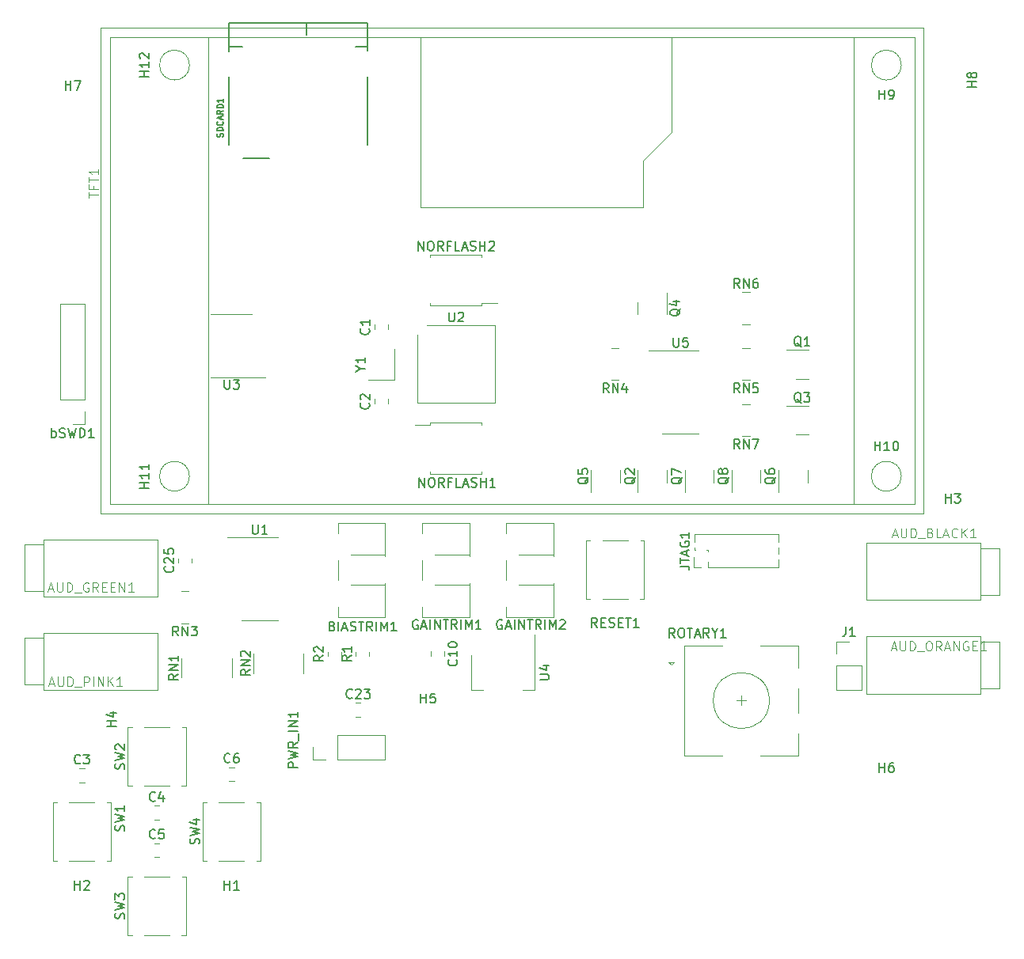
<source format=gto>
%TF.GenerationSoftware,KiCad,Pcbnew,7.0.10*%
%TF.CreationDate,2024-03-06T19:41:30-08:00*%
%TF.ProjectId,player_system,706c6179-6572-45f7-9379-7374656d2e6b,rev?*%
%TF.SameCoordinates,Original*%
%TF.FileFunction,Legend,Top*%
%TF.FilePolarity,Positive*%
%FSLAX46Y46*%
G04 Gerber Fmt 4.6, Leading zero omitted, Abs format (unit mm)*
G04 Created by KiCad (PCBNEW 7.0.10) date 2024-03-06 19:41:30*
%MOMM*%
%LPD*%
G01*
G04 APERTURE LIST*
%ADD10C,0.150000*%
%ADD11C,0.100000*%
%ADD12C,0.120000*%
G04 APERTURE END LIST*
D10*
X176238095Y-44654819D02*
X176238095Y-43654819D01*
X176238095Y-44131009D02*
X176809523Y-44131009D01*
X176809523Y-44654819D02*
X176809523Y-43654819D01*
X177333333Y-44654819D02*
X177523809Y-44654819D01*
X177523809Y-44654819D02*
X177619047Y-44607200D01*
X177619047Y-44607200D02*
X177666666Y-44559580D01*
X177666666Y-44559580D02*
X177761904Y-44416723D01*
X177761904Y-44416723D02*
X177809523Y-44226247D01*
X177809523Y-44226247D02*
X177809523Y-43845295D01*
X177809523Y-43845295D02*
X177761904Y-43750057D01*
X177761904Y-43750057D02*
X177714285Y-43702438D01*
X177714285Y-43702438D02*
X177619047Y-43654819D01*
X177619047Y-43654819D02*
X177428571Y-43654819D01*
X177428571Y-43654819D02*
X177333333Y-43702438D01*
X177333333Y-43702438D02*
X177285714Y-43750057D01*
X177285714Y-43750057D02*
X177238095Y-43845295D01*
X177238095Y-43845295D02*
X177238095Y-44083390D01*
X177238095Y-44083390D02*
X177285714Y-44178628D01*
X177285714Y-44178628D02*
X177333333Y-44226247D01*
X177333333Y-44226247D02*
X177428571Y-44273866D01*
X177428571Y-44273866D02*
X177619047Y-44273866D01*
X177619047Y-44273866D02*
X177714285Y-44226247D01*
X177714285Y-44226247D02*
X177761904Y-44178628D01*
X177761904Y-44178628D02*
X177809523Y-44083390D01*
X172666666Y-101124819D02*
X172666666Y-101839104D01*
X172666666Y-101839104D02*
X172619047Y-101981961D01*
X172619047Y-101981961D02*
X172523809Y-102077200D01*
X172523809Y-102077200D02*
X172380952Y-102124819D01*
X172380952Y-102124819D02*
X172285714Y-102124819D01*
X173666666Y-102124819D02*
X173095238Y-102124819D01*
X173380952Y-102124819D02*
X173380952Y-101124819D01*
X173380952Y-101124819D02*
X173285714Y-101267676D01*
X173285714Y-101267676D02*
X173190476Y-101362914D01*
X173190476Y-101362914D02*
X173095238Y-101410533D01*
X131039580Y-104642857D02*
X131087200Y-104690476D01*
X131087200Y-104690476D02*
X131134819Y-104833333D01*
X131134819Y-104833333D02*
X131134819Y-104928571D01*
X131134819Y-104928571D02*
X131087200Y-105071428D01*
X131087200Y-105071428D02*
X130991961Y-105166666D01*
X130991961Y-105166666D02*
X130896723Y-105214285D01*
X130896723Y-105214285D02*
X130706247Y-105261904D01*
X130706247Y-105261904D02*
X130563390Y-105261904D01*
X130563390Y-105261904D02*
X130372914Y-105214285D01*
X130372914Y-105214285D02*
X130277676Y-105166666D01*
X130277676Y-105166666D02*
X130182438Y-105071428D01*
X130182438Y-105071428D02*
X130134819Y-104928571D01*
X130134819Y-104928571D02*
X130134819Y-104833333D01*
X130134819Y-104833333D02*
X130182438Y-104690476D01*
X130182438Y-104690476D02*
X130230057Y-104642857D01*
X131134819Y-103690476D02*
X131134819Y-104261904D01*
X131134819Y-103976190D02*
X130134819Y-103976190D01*
X130134819Y-103976190D02*
X130277676Y-104071428D01*
X130277676Y-104071428D02*
X130372914Y-104166666D01*
X130372914Y-104166666D02*
X130420533Y-104261904D01*
X130134819Y-103071428D02*
X130134819Y-102976190D01*
X130134819Y-102976190D02*
X130182438Y-102880952D01*
X130182438Y-102880952D02*
X130230057Y-102833333D01*
X130230057Y-102833333D02*
X130325295Y-102785714D01*
X130325295Y-102785714D02*
X130515771Y-102738095D01*
X130515771Y-102738095D02*
X130753866Y-102738095D01*
X130753866Y-102738095D02*
X130944342Y-102785714D01*
X130944342Y-102785714D02*
X131039580Y-102833333D01*
X131039580Y-102833333D02*
X131087200Y-102880952D01*
X131087200Y-102880952D02*
X131134819Y-102976190D01*
X131134819Y-102976190D02*
X131134819Y-103071428D01*
X131134819Y-103071428D02*
X131087200Y-103166666D01*
X131087200Y-103166666D02*
X131039580Y-103214285D01*
X131039580Y-103214285D02*
X130944342Y-103261904D01*
X130944342Y-103261904D02*
X130753866Y-103309523D01*
X130753866Y-103309523D02*
X130515771Y-103309523D01*
X130515771Y-103309523D02*
X130325295Y-103261904D01*
X130325295Y-103261904D02*
X130230057Y-103214285D01*
X130230057Y-103214285D02*
X130182438Y-103166666D01*
X130182438Y-103166666D02*
X130134819Y-103071428D01*
D11*
X177647619Y-91271704D02*
X178123809Y-91271704D01*
X177552381Y-91557419D02*
X177885714Y-90557419D01*
X177885714Y-90557419D02*
X178219047Y-91557419D01*
X178552381Y-90557419D02*
X178552381Y-91366942D01*
X178552381Y-91366942D02*
X178600000Y-91462180D01*
X178600000Y-91462180D02*
X178647619Y-91509800D01*
X178647619Y-91509800D02*
X178742857Y-91557419D01*
X178742857Y-91557419D02*
X178933333Y-91557419D01*
X178933333Y-91557419D02*
X179028571Y-91509800D01*
X179028571Y-91509800D02*
X179076190Y-91462180D01*
X179076190Y-91462180D02*
X179123809Y-91366942D01*
X179123809Y-91366942D02*
X179123809Y-90557419D01*
X179600000Y-91557419D02*
X179600000Y-90557419D01*
X179600000Y-90557419D02*
X179838095Y-90557419D01*
X179838095Y-90557419D02*
X179980952Y-90605038D01*
X179980952Y-90605038D02*
X180076190Y-90700276D01*
X180076190Y-90700276D02*
X180123809Y-90795514D01*
X180123809Y-90795514D02*
X180171428Y-90985990D01*
X180171428Y-90985990D02*
X180171428Y-91128847D01*
X180171428Y-91128847D02*
X180123809Y-91319323D01*
X180123809Y-91319323D02*
X180076190Y-91414561D01*
X180076190Y-91414561D02*
X179980952Y-91509800D01*
X179980952Y-91509800D02*
X179838095Y-91557419D01*
X179838095Y-91557419D02*
X179600000Y-91557419D01*
X180361905Y-91652657D02*
X181123809Y-91652657D01*
X181695238Y-91033609D02*
X181838095Y-91081228D01*
X181838095Y-91081228D02*
X181885714Y-91128847D01*
X181885714Y-91128847D02*
X181933333Y-91224085D01*
X181933333Y-91224085D02*
X181933333Y-91366942D01*
X181933333Y-91366942D02*
X181885714Y-91462180D01*
X181885714Y-91462180D02*
X181838095Y-91509800D01*
X181838095Y-91509800D02*
X181742857Y-91557419D01*
X181742857Y-91557419D02*
X181361905Y-91557419D01*
X181361905Y-91557419D02*
X181361905Y-90557419D01*
X181361905Y-90557419D02*
X181695238Y-90557419D01*
X181695238Y-90557419D02*
X181790476Y-90605038D01*
X181790476Y-90605038D02*
X181838095Y-90652657D01*
X181838095Y-90652657D02*
X181885714Y-90747895D01*
X181885714Y-90747895D02*
X181885714Y-90843133D01*
X181885714Y-90843133D02*
X181838095Y-90938371D01*
X181838095Y-90938371D02*
X181790476Y-90985990D01*
X181790476Y-90985990D02*
X181695238Y-91033609D01*
X181695238Y-91033609D02*
X181361905Y-91033609D01*
X182838095Y-91557419D02*
X182361905Y-91557419D01*
X182361905Y-91557419D02*
X182361905Y-90557419D01*
X183123810Y-91271704D02*
X183600000Y-91271704D01*
X183028572Y-91557419D02*
X183361905Y-90557419D01*
X183361905Y-90557419D02*
X183695238Y-91557419D01*
X184600000Y-91462180D02*
X184552381Y-91509800D01*
X184552381Y-91509800D02*
X184409524Y-91557419D01*
X184409524Y-91557419D02*
X184314286Y-91557419D01*
X184314286Y-91557419D02*
X184171429Y-91509800D01*
X184171429Y-91509800D02*
X184076191Y-91414561D01*
X184076191Y-91414561D02*
X184028572Y-91319323D01*
X184028572Y-91319323D02*
X183980953Y-91128847D01*
X183980953Y-91128847D02*
X183980953Y-90985990D01*
X183980953Y-90985990D02*
X184028572Y-90795514D01*
X184028572Y-90795514D02*
X184076191Y-90700276D01*
X184076191Y-90700276D02*
X184171429Y-90605038D01*
X184171429Y-90605038D02*
X184314286Y-90557419D01*
X184314286Y-90557419D02*
X184409524Y-90557419D01*
X184409524Y-90557419D02*
X184552381Y-90605038D01*
X184552381Y-90605038D02*
X184600000Y-90652657D01*
X185028572Y-91557419D02*
X185028572Y-90557419D01*
X185600000Y-91557419D02*
X185171429Y-90985990D01*
X185600000Y-90557419D02*
X185028572Y-91128847D01*
X186552381Y-91557419D02*
X185980953Y-91557419D01*
X186266667Y-91557419D02*
X186266667Y-90557419D01*
X186266667Y-90557419D02*
X186171429Y-90700276D01*
X186171429Y-90700276D02*
X186076191Y-90795514D01*
X186076191Y-90795514D02*
X185980953Y-90843133D01*
D10*
X119804819Y-104166666D02*
X119328628Y-104499999D01*
X119804819Y-104738094D02*
X118804819Y-104738094D01*
X118804819Y-104738094D02*
X118804819Y-104357142D01*
X118804819Y-104357142D02*
X118852438Y-104261904D01*
X118852438Y-104261904D02*
X118900057Y-104214285D01*
X118900057Y-104214285D02*
X118995295Y-104166666D01*
X118995295Y-104166666D02*
X119138152Y-104166666D01*
X119138152Y-104166666D02*
X119233390Y-104214285D01*
X119233390Y-104214285D02*
X119281009Y-104261904D01*
X119281009Y-104261904D02*
X119328628Y-104357142D01*
X119328628Y-104357142D02*
X119328628Y-104738094D01*
X119804819Y-103214285D02*
X119804819Y-103785713D01*
X119804819Y-103499999D02*
X118804819Y-103499999D01*
X118804819Y-103499999D02*
X118947676Y-103595237D01*
X118947676Y-103595237D02*
X119042914Y-103690475D01*
X119042914Y-103690475D02*
X119090533Y-103785713D01*
X98154819Y-86238094D02*
X97154819Y-86238094D01*
X97631009Y-86238094D02*
X97631009Y-85666666D01*
X98154819Y-85666666D02*
X97154819Y-85666666D01*
X98154819Y-84666666D02*
X98154819Y-85238094D01*
X98154819Y-84952380D02*
X97154819Y-84952380D01*
X97154819Y-84952380D02*
X97297676Y-85047618D01*
X97297676Y-85047618D02*
X97392914Y-85142856D01*
X97392914Y-85142856D02*
X97440533Y-85238094D01*
X98154819Y-83714285D02*
X98154819Y-84285713D01*
X98154819Y-83999999D02*
X97154819Y-83999999D01*
X97154819Y-83999999D02*
X97297676Y-84095237D01*
X97297676Y-84095237D02*
X97392914Y-84190475D01*
X97392914Y-84190475D02*
X97440533Y-84285713D01*
X94654819Y-111761904D02*
X93654819Y-111761904D01*
X94131009Y-111761904D02*
X94131009Y-111190476D01*
X94654819Y-111190476D02*
X93654819Y-111190476D01*
X93988152Y-110285714D02*
X94654819Y-110285714D01*
X93607200Y-110523809D02*
X94321485Y-110761904D01*
X94321485Y-110761904D02*
X94321485Y-110142857D01*
X154950057Y-67095238D02*
X154902438Y-67190476D01*
X154902438Y-67190476D02*
X154807200Y-67285714D01*
X154807200Y-67285714D02*
X154664342Y-67428571D01*
X154664342Y-67428571D02*
X154616723Y-67523809D01*
X154616723Y-67523809D02*
X154616723Y-67619047D01*
X154854819Y-67571428D02*
X154807200Y-67666666D01*
X154807200Y-67666666D02*
X154711961Y-67761904D01*
X154711961Y-67761904D02*
X154521485Y-67809523D01*
X154521485Y-67809523D02*
X154188152Y-67809523D01*
X154188152Y-67809523D02*
X153997676Y-67761904D01*
X153997676Y-67761904D02*
X153902438Y-67666666D01*
X153902438Y-67666666D02*
X153854819Y-67571428D01*
X153854819Y-67571428D02*
X153854819Y-67380952D01*
X153854819Y-67380952D02*
X153902438Y-67285714D01*
X153902438Y-67285714D02*
X153997676Y-67190476D01*
X153997676Y-67190476D02*
X154188152Y-67142857D01*
X154188152Y-67142857D02*
X154521485Y-67142857D01*
X154521485Y-67142857D02*
X154711961Y-67190476D01*
X154711961Y-67190476D02*
X154807200Y-67285714D01*
X154807200Y-67285714D02*
X154854819Y-67380952D01*
X154854819Y-67380952D02*
X154854819Y-67571428D01*
X154188152Y-66285714D02*
X154854819Y-66285714D01*
X153807200Y-66523809D02*
X154521485Y-66761904D01*
X154521485Y-66761904D02*
X154521485Y-66142857D01*
X186654819Y-43361904D02*
X185654819Y-43361904D01*
X186131009Y-43361904D02*
X186131009Y-42790476D01*
X186654819Y-42790476D02*
X185654819Y-42790476D01*
X186083390Y-42171428D02*
X186035771Y-42266666D01*
X186035771Y-42266666D02*
X185988152Y-42314285D01*
X185988152Y-42314285D02*
X185892914Y-42361904D01*
X185892914Y-42361904D02*
X185845295Y-42361904D01*
X185845295Y-42361904D02*
X185750057Y-42314285D01*
X185750057Y-42314285D02*
X185702438Y-42266666D01*
X185702438Y-42266666D02*
X185654819Y-42171428D01*
X185654819Y-42171428D02*
X185654819Y-41980952D01*
X185654819Y-41980952D02*
X185702438Y-41885714D01*
X185702438Y-41885714D02*
X185750057Y-41838095D01*
X185750057Y-41838095D02*
X185845295Y-41790476D01*
X185845295Y-41790476D02*
X185892914Y-41790476D01*
X185892914Y-41790476D02*
X185988152Y-41838095D01*
X185988152Y-41838095D02*
X186035771Y-41885714D01*
X186035771Y-41885714D02*
X186083390Y-41980952D01*
X186083390Y-41980952D02*
X186083390Y-42171428D01*
X186083390Y-42171428D02*
X186131009Y-42266666D01*
X186131009Y-42266666D02*
X186178628Y-42314285D01*
X186178628Y-42314285D02*
X186273866Y-42361904D01*
X186273866Y-42361904D02*
X186464342Y-42361904D01*
X186464342Y-42361904D02*
X186559580Y-42314285D01*
X186559580Y-42314285D02*
X186607200Y-42266666D01*
X186607200Y-42266666D02*
X186654819Y-42171428D01*
X186654819Y-42171428D02*
X186654819Y-41980952D01*
X186654819Y-41980952D02*
X186607200Y-41885714D01*
X186607200Y-41885714D02*
X186559580Y-41838095D01*
X186559580Y-41838095D02*
X186464342Y-41790476D01*
X186464342Y-41790476D02*
X186273866Y-41790476D01*
X186273866Y-41790476D02*
X186178628Y-41838095D01*
X186178628Y-41838095D02*
X186131009Y-41885714D01*
X186131009Y-41885714D02*
X186083390Y-41980952D01*
X130238095Y-67454819D02*
X130238095Y-68264342D01*
X130238095Y-68264342D02*
X130285714Y-68359580D01*
X130285714Y-68359580D02*
X130333333Y-68407200D01*
X130333333Y-68407200D02*
X130428571Y-68454819D01*
X130428571Y-68454819D02*
X130619047Y-68454819D01*
X130619047Y-68454819D02*
X130714285Y-68407200D01*
X130714285Y-68407200D02*
X130761904Y-68359580D01*
X130761904Y-68359580D02*
X130809523Y-68264342D01*
X130809523Y-68264342D02*
X130809523Y-67454819D01*
X131238095Y-67550057D02*
X131285714Y-67502438D01*
X131285714Y-67502438D02*
X131380952Y-67454819D01*
X131380952Y-67454819D02*
X131619047Y-67454819D01*
X131619047Y-67454819D02*
X131714285Y-67502438D01*
X131714285Y-67502438D02*
X131761904Y-67550057D01*
X131761904Y-67550057D02*
X131809523Y-67645295D01*
X131809523Y-67645295D02*
X131809523Y-67740533D01*
X131809523Y-67740533D02*
X131761904Y-67883390D01*
X131761904Y-67883390D02*
X131190476Y-68454819D01*
X131190476Y-68454819D02*
X131809523Y-68454819D01*
X146071428Y-101154819D02*
X145738095Y-100678628D01*
X145500000Y-101154819D02*
X145500000Y-100154819D01*
X145500000Y-100154819D02*
X145880952Y-100154819D01*
X145880952Y-100154819D02*
X145976190Y-100202438D01*
X145976190Y-100202438D02*
X146023809Y-100250057D01*
X146023809Y-100250057D02*
X146071428Y-100345295D01*
X146071428Y-100345295D02*
X146071428Y-100488152D01*
X146071428Y-100488152D02*
X146023809Y-100583390D01*
X146023809Y-100583390D02*
X145976190Y-100631009D01*
X145976190Y-100631009D02*
X145880952Y-100678628D01*
X145880952Y-100678628D02*
X145500000Y-100678628D01*
X146500000Y-100631009D02*
X146833333Y-100631009D01*
X146976190Y-101154819D02*
X146500000Y-101154819D01*
X146500000Y-101154819D02*
X146500000Y-100154819D01*
X146500000Y-100154819D02*
X146976190Y-100154819D01*
X147357143Y-101107200D02*
X147500000Y-101154819D01*
X147500000Y-101154819D02*
X147738095Y-101154819D01*
X147738095Y-101154819D02*
X147833333Y-101107200D01*
X147833333Y-101107200D02*
X147880952Y-101059580D01*
X147880952Y-101059580D02*
X147928571Y-100964342D01*
X147928571Y-100964342D02*
X147928571Y-100869104D01*
X147928571Y-100869104D02*
X147880952Y-100773866D01*
X147880952Y-100773866D02*
X147833333Y-100726247D01*
X147833333Y-100726247D02*
X147738095Y-100678628D01*
X147738095Y-100678628D02*
X147547619Y-100631009D01*
X147547619Y-100631009D02*
X147452381Y-100583390D01*
X147452381Y-100583390D02*
X147404762Y-100535771D01*
X147404762Y-100535771D02*
X147357143Y-100440533D01*
X147357143Y-100440533D02*
X147357143Y-100345295D01*
X147357143Y-100345295D02*
X147404762Y-100250057D01*
X147404762Y-100250057D02*
X147452381Y-100202438D01*
X147452381Y-100202438D02*
X147547619Y-100154819D01*
X147547619Y-100154819D02*
X147785714Y-100154819D01*
X147785714Y-100154819D02*
X147928571Y-100202438D01*
X148357143Y-100631009D02*
X148690476Y-100631009D01*
X148833333Y-101154819D02*
X148357143Y-101154819D01*
X148357143Y-101154819D02*
X148357143Y-100154819D01*
X148357143Y-100154819D02*
X148833333Y-100154819D01*
X149119048Y-100154819D02*
X149690476Y-100154819D01*
X149404762Y-101154819D02*
X149404762Y-100154819D01*
X150547619Y-101154819D02*
X149976191Y-101154819D01*
X150261905Y-101154819D02*
X150261905Y-100154819D01*
X150261905Y-100154819D02*
X150166667Y-100297676D01*
X150166667Y-100297676D02*
X150071429Y-100392914D01*
X150071429Y-100392914D02*
X149976191Y-100440533D01*
X95507200Y-116333332D02*
X95554819Y-116190475D01*
X95554819Y-116190475D02*
X95554819Y-115952380D01*
X95554819Y-115952380D02*
X95507200Y-115857142D01*
X95507200Y-115857142D02*
X95459580Y-115809523D01*
X95459580Y-115809523D02*
X95364342Y-115761904D01*
X95364342Y-115761904D02*
X95269104Y-115761904D01*
X95269104Y-115761904D02*
X95173866Y-115809523D01*
X95173866Y-115809523D02*
X95126247Y-115857142D01*
X95126247Y-115857142D02*
X95078628Y-115952380D01*
X95078628Y-115952380D02*
X95031009Y-116142856D01*
X95031009Y-116142856D02*
X94983390Y-116238094D01*
X94983390Y-116238094D02*
X94935771Y-116285713D01*
X94935771Y-116285713D02*
X94840533Y-116333332D01*
X94840533Y-116333332D02*
X94745295Y-116333332D01*
X94745295Y-116333332D02*
X94650057Y-116285713D01*
X94650057Y-116285713D02*
X94602438Y-116238094D01*
X94602438Y-116238094D02*
X94554819Y-116142856D01*
X94554819Y-116142856D02*
X94554819Y-115904761D01*
X94554819Y-115904761D02*
X94602438Y-115761904D01*
X94554819Y-115428570D02*
X95554819Y-115190475D01*
X95554819Y-115190475D02*
X94840533Y-114999999D01*
X94840533Y-114999999D02*
X95554819Y-114809523D01*
X95554819Y-114809523D02*
X94554819Y-114571428D01*
X94650057Y-114238094D02*
X94602438Y-114190475D01*
X94602438Y-114190475D02*
X94554819Y-114095237D01*
X94554819Y-114095237D02*
X94554819Y-113857142D01*
X94554819Y-113857142D02*
X94602438Y-113761904D01*
X94602438Y-113761904D02*
X94650057Y-113714285D01*
X94650057Y-113714285D02*
X94745295Y-113666666D01*
X94745295Y-113666666D02*
X94840533Y-113666666D01*
X94840533Y-113666666D02*
X94983390Y-113714285D01*
X94983390Y-113714285D02*
X95554819Y-114285713D01*
X95554819Y-114285713D02*
X95554819Y-113666666D01*
X98833333Y-119679580D02*
X98785714Y-119727200D01*
X98785714Y-119727200D02*
X98642857Y-119774819D01*
X98642857Y-119774819D02*
X98547619Y-119774819D01*
X98547619Y-119774819D02*
X98404762Y-119727200D01*
X98404762Y-119727200D02*
X98309524Y-119631961D01*
X98309524Y-119631961D02*
X98261905Y-119536723D01*
X98261905Y-119536723D02*
X98214286Y-119346247D01*
X98214286Y-119346247D02*
X98214286Y-119203390D01*
X98214286Y-119203390D02*
X98261905Y-119012914D01*
X98261905Y-119012914D02*
X98309524Y-118917676D01*
X98309524Y-118917676D02*
X98404762Y-118822438D01*
X98404762Y-118822438D02*
X98547619Y-118774819D01*
X98547619Y-118774819D02*
X98642857Y-118774819D01*
X98642857Y-118774819D02*
X98785714Y-118822438D01*
X98785714Y-118822438D02*
X98833333Y-118870057D01*
X99690476Y-119108152D02*
X99690476Y-119774819D01*
X99452381Y-118727200D02*
X99214286Y-119441485D01*
X99214286Y-119441485D02*
X99833333Y-119441485D01*
X119882142Y-108679580D02*
X119834523Y-108727200D01*
X119834523Y-108727200D02*
X119691666Y-108774819D01*
X119691666Y-108774819D02*
X119596428Y-108774819D01*
X119596428Y-108774819D02*
X119453571Y-108727200D01*
X119453571Y-108727200D02*
X119358333Y-108631961D01*
X119358333Y-108631961D02*
X119310714Y-108536723D01*
X119310714Y-108536723D02*
X119263095Y-108346247D01*
X119263095Y-108346247D02*
X119263095Y-108203390D01*
X119263095Y-108203390D02*
X119310714Y-108012914D01*
X119310714Y-108012914D02*
X119358333Y-107917676D01*
X119358333Y-107917676D02*
X119453571Y-107822438D01*
X119453571Y-107822438D02*
X119596428Y-107774819D01*
X119596428Y-107774819D02*
X119691666Y-107774819D01*
X119691666Y-107774819D02*
X119834523Y-107822438D01*
X119834523Y-107822438D02*
X119882142Y-107870057D01*
X120263095Y-107870057D02*
X120310714Y-107822438D01*
X120310714Y-107822438D02*
X120405952Y-107774819D01*
X120405952Y-107774819D02*
X120644047Y-107774819D01*
X120644047Y-107774819D02*
X120739285Y-107822438D01*
X120739285Y-107822438D02*
X120786904Y-107870057D01*
X120786904Y-107870057D02*
X120834523Y-107965295D01*
X120834523Y-107965295D02*
X120834523Y-108060533D01*
X120834523Y-108060533D02*
X120786904Y-108203390D01*
X120786904Y-108203390D02*
X120215476Y-108774819D01*
X120215476Y-108774819D02*
X120834523Y-108774819D01*
X121167857Y-107774819D02*
X121786904Y-107774819D01*
X121786904Y-107774819D02*
X121453571Y-108155771D01*
X121453571Y-108155771D02*
X121596428Y-108155771D01*
X121596428Y-108155771D02*
X121691666Y-108203390D01*
X121691666Y-108203390D02*
X121739285Y-108251009D01*
X121739285Y-108251009D02*
X121786904Y-108346247D01*
X121786904Y-108346247D02*
X121786904Y-108584342D01*
X121786904Y-108584342D02*
X121739285Y-108679580D01*
X121739285Y-108679580D02*
X121691666Y-108727200D01*
X121691666Y-108727200D02*
X121596428Y-108774819D01*
X121596428Y-108774819D02*
X121310714Y-108774819D01*
X121310714Y-108774819D02*
X121215476Y-108727200D01*
X121215476Y-108727200D02*
X121167857Y-108679580D01*
X161309523Y-76054819D02*
X160976190Y-75578628D01*
X160738095Y-76054819D02*
X160738095Y-75054819D01*
X160738095Y-75054819D02*
X161119047Y-75054819D01*
X161119047Y-75054819D02*
X161214285Y-75102438D01*
X161214285Y-75102438D02*
X161261904Y-75150057D01*
X161261904Y-75150057D02*
X161309523Y-75245295D01*
X161309523Y-75245295D02*
X161309523Y-75388152D01*
X161309523Y-75388152D02*
X161261904Y-75483390D01*
X161261904Y-75483390D02*
X161214285Y-75531009D01*
X161214285Y-75531009D02*
X161119047Y-75578628D01*
X161119047Y-75578628D02*
X160738095Y-75578628D01*
X161738095Y-76054819D02*
X161738095Y-75054819D01*
X161738095Y-75054819D02*
X162309523Y-76054819D01*
X162309523Y-76054819D02*
X162309523Y-75054819D01*
X163261904Y-75054819D02*
X162785714Y-75054819D01*
X162785714Y-75054819D02*
X162738095Y-75531009D01*
X162738095Y-75531009D02*
X162785714Y-75483390D01*
X162785714Y-75483390D02*
X162880952Y-75435771D01*
X162880952Y-75435771D02*
X163119047Y-75435771D01*
X163119047Y-75435771D02*
X163214285Y-75483390D01*
X163214285Y-75483390D02*
X163261904Y-75531009D01*
X163261904Y-75531009D02*
X163309523Y-75626247D01*
X163309523Y-75626247D02*
X163309523Y-75864342D01*
X163309523Y-75864342D02*
X163261904Y-75959580D01*
X163261904Y-75959580D02*
X163214285Y-76007200D01*
X163214285Y-76007200D02*
X163119047Y-76054819D01*
X163119047Y-76054819D02*
X162880952Y-76054819D01*
X162880952Y-76054819D02*
X162785714Y-76007200D01*
X162785714Y-76007200D02*
X162738095Y-75959580D01*
X161309523Y-64854819D02*
X160976190Y-64378628D01*
X160738095Y-64854819D02*
X160738095Y-63854819D01*
X160738095Y-63854819D02*
X161119047Y-63854819D01*
X161119047Y-63854819D02*
X161214285Y-63902438D01*
X161214285Y-63902438D02*
X161261904Y-63950057D01*
X161261904Y-63950057D02*
X161309523Y-64045295D01*
X161309523Y-64045295D02*
X161309523Y-64188152D01*
X161309523Y-64188152D02*
X161261904Y-64283390D01*
X161261904Y-64283390D02*
X161214285Y-64331009D01*
X161214285Y-64331009D02*
X161119047Y-64378628D01*
X161119047Y-64378628D02*
X160738095Y-64378628D01*
X161738095Y-64854819D02*
X161738095Y-63854819D01*
X161738095Y-63854819D02*
X162309523Y-64854819D01*
X162309523Y-64854819D02*
X162309523Y-63854819D01*
X163214285Y-63854819D02*
X163023809Y-63854819D01*
X163023809Y-63854819D02*
X162928571Y-63902438D01*
X162928571Y-63902438D02*
X162880952Y-63950057D01*
X162880952Y-63950057D02*
X162785714Y-64092914D01*
X162785714Y-64092914D02*
X162738095Y-64283390D01*
X162738095Y-64283390D02*
X162738095Y-64664342D01*
X162738095Y-64664342D02*
X162785714Y-64759580D01*
X162785714Y-64759580D02*
X162833333Y-64807200D01*
X162833333Y-64807200D02*
X162928571Y-64854819D01*
X162928571Y-64854819D02*
X163119047Y-64854819D01*
X163119047Y-64854819D02*
X163214285Y-64807200D01*
X163214285Y-64807200D02*
X163261904Y-64759580D01*
X163261904Y-64759580D02*
X163309523Y-64664342D01*
X163309523Y-64664342D02*
X163309523Y-64426247D01*
X163309523Y-64426247D02*
X163261904Y-64331009D01*
X163261904Y-64331009D02*
X163214285Y-64283390D01*
X163214285Y-64283390D02*
X163119047Y-64235771D01*
X163119047Y-64235771D02*
X162928571Y-64235771D01*
X162928571Y-64235771D02*
X162833333Y-64283390D01*
X162833333Y-64283390D02*
X162785714Y-64331009D01*
X162785714Y-64331009D02*
X162738095Y-64426247D01*
X98154819Y-42238094D02*
X97154819Y-42238094D01*
X97631009Y-42238094D02*
X97631009Y-41666666D01*
X98154819Y-41666666D02*
X97154819Y-41666666D01*
X98154819Y-40666666D02*
X98154819Y-41238094D01*
X98154819Y-40952380D02*
X97154819Y-40952380D01*
X97154819Y-40952380D02*
X97297676Y-41047618D01*
X97297676Y-41047618D02*
X97392914Y-41142856D01*
X97392914Y-41142856D02*
X97440533Y-41238094D01*
X97250057Y-40285713D02*
X97202438Y-40238094D01*
X97202438Y-40238094D02*
X97154819Y-40142856D01*
X97154819Y-40142856D02*
X97154819Y-39904761D01*
X97154819Y-39904761D02*
X97202438Y-39809523D01*
X97202438Y-39809523D02*
X97250057Y-39761904D01*
X97250057Y-39761904D02*
X97345295Y-39714285D01*
X97345295Y-39714285D02*
X97440533Y-39714285D01*
X97440533Y-39714285D02*
X97583390Y-39761904D01*
X97583390Y-39761904D02*
X98154819Y-40333332D01*
X98154819Y-40333332D02*
X98154819Y-39714285D01*
X155150057Y-85095238D02*
X155102438Y-85190476D01*
X155102438Y-85190476D02*
X155007200Y-85285714D01*
X155007200Y-85285714D02*
X154864342Y-85428571D01*
X154864342Y-85428571D02*
X154816723Y-85523809D01*
X154816723Y-85523809D02*
X154816723Y-85619047D01*
X155054819Y-85571428D02*
X155007200Y-85666666D01*
X155007200Y-85666666D02*
X154911961Y-85761904D01*
X154911961Y-85761904D02*
X154721485Y-85809523D01*
X154721485Y-85809523D02*
X154388152Y-85809523D01*
X154388152Y-85809523D02*
X154197676Y-85761904D01*
X154197676Y-85761904D02*
X154102438Y-85666666D01*
X154102438Y-85666666D02*
X154054819Y-85571428D01*
X154054819Y-85571428D02*
X154054819Y-85380952D01*
X154054819Y-85380952D02*
X154102438Y-85285714D01*
X154102438Y-85285714D02*
X154197676Y-85190476D01*
X154197676Y-85190476D02*
X154388152Y-85142857D01*
X154388152Y-85142857D02*
X154721485Y-85142857D01*
X154721485Y-85142857D02*
X154911961Y-85190476D01*
X154911961Y-85190476D02*
X155007200Y-85285714D01*
X155007200Y-85285714D02*
X155054819Y-85380952D01*
X155054819Y-85380952D02*
X155054819Y-85571428D01*
X154054819Y-84809523D02*
X154054819Y-84142857D01*
X154054819Y-84142857D02*
X155054819Y-84571428D01*
X154238095Y-70174819D02*
X154238095Y-70984342D01*
X154238095Y-70984342D02*
X154285714Y-71079580D01*
X154285714Y-71079580D02*
X154333333Y-71127200D01*
X154333333Y-71127200D02*
X154428571Y-71174819D01*
X154428571Y-71174819D02*
X154619047Y-71174819D01*
X154619047Y-71174819D02*
X154714285Y-71127200D01*
X154714285Y-71127200D02*
X154761904Y-71079580D01*
X154761904Y-71079580D02*
X154809523Y-70984342D01*
X154809523Y-70984342D02*
X154809523Y-70174819D01*
X155761904Y-70174819D02*
X155285714Y-70174819D01*
X155285714Y-70174819D02*
X155238095Y-70651009D01*
X155238095Y-70651009D02*
X155285714Y-70603390D01*
X155285714Y-70603390D02*
X155380952Y-70555771D01*
X155380952Y-70555771D02*
X155619047Y-70555771D01*
X155619047Y-70555771D02*
X155714285Y-70603390D01*
X155714285Y-70603390D02*
X155761904Y-70651009D01*
X155761904Y-70651009D02*
X155809523Y-70746247D01*
X155809523Y-70746247D02*
X155809523Y-70984342D01*
X155809523Y-70984342D02*
X155761904Y-71079580D01*
X155761904Y-71079580D02*
X155714285Y-71127200D01*
X155714285Y-71127200D02*
X155619047Y-71174819D01*
X155619047Y-71174819D02*
X155380952Y-71174819D01*
X155380952Y-71174819D02*
X155285714Y-71127200D01*
X155285714Y-71127200D02*
X155238095Y-71079580D01*
X176238095Y-116654819D02*
X176238095Y-115654819D01*
X176238095Y-116131009D02*
X176809523Y-116131009D01*
X176809523Y-116654819D02*
X176809523Y-115654819D01*
X177714285Y-115654819D02*
X177523809Y-115654819D01*
X177523809Y-115654819D02*
X177428571Y-115702438D01*
X177428571Y-115702438D02*
X177380952Y-115750057D01*
X177380952Y-115750057D02*
X177285714Y-115892914D01*
X177285714Y-115892914D02*
X177238095Y-116083390D01*
X177238095Y-116083390D02*
X177238095Y-116464342D01*
X177238095Y-116464342D02*
X177285714Y-116559580D01*
X177285714Y-116559580D02*
X177333333Y-116607200D01*
X177333333Y-116607200D02*
X177428571Y-116654819D01*
X177428571Y-116654819D02*
X177619047Y-116654819D01*
X177619047Y-116654819D02*
X177714285Y-116607200D01*
X177714285Y-116607200D02*
X177761904Y-116559580D01*
X177761904Y-116559580D02*
X177809523Y-116464342D01*
X177809523Y-116464342D02*
X177809523Y-116226247D01*
X177809523Y-116226247D02*
X177761904Y-116131009D01*
X177761904Y-116131009D02*
X177714285Y-116083390D01*
X177714285Y-116083390D02*
X177619047Y-116035771D01*
X177619047Y-116035771D02*
X177428571Y-116035771D01*
X177428571Y-116035771D02*
X177333333Y-116083390D01*
X177333333Y-116083390D02*
X177285714Y-116131009D01*
X177285714Y-116131009D02*
X177238095Y-116226247D01*
X95507200Y-132333332D02*
X95554819Y-132190475D01*
X95554819Y-132190475D02*
X95554819Y-131952380D01*
X95554819Y-131952380D02*
X95507200Y-131857142D01*
X95507200Y-131857142D02*
X95459580Y-131809523D01*
X95459580Y-131809523D02*
X95364342Y-131761904D01*
X95364342Y-131761904D02*
X95269104Y-131761904D01*
X95269104Y-131761904D02*
X95173866Y-131809523D01*
X95173866Y-131809523D02*
X95126247Y-131857142D01*
X95126247Y-131857142D02*
X95078628Y-131952380D01*
X95078628Y-131952380D02*
X95031009Y-132142856D01*
X95031009Y-132142856D02*
X94983390Y-132238094D01*
X94983390Y-132238094D02*
X94935771Y-132285713D01*
X94935771Y-132285713D02*
X94840533Y-132333332D01*
X94840533Y-132333332D02*
X94745295Y-132333332D01*
X94745295Y-132333332D02*
X94650057Y-132285713D01*
X94650057Y-132285713D02*
X94602438Y-132238094D01*
X94602438Y-132238094D02*
X94554819Y-132142856D01*
X94554819Y-132142856D02*
X94554819Y-131904761D01*
X94554819Y-131904761D02*
X94602438Y-131761904D01*
X94554819Y-131428570D02*
X95554819Y-131190475D01*
X95554819Y-131190475D02*
X94840533Y-130999999D01*
X94840533Y-130999999D02*
X95554819Y-130809523D01*
X95554819Y-130809523D02*
X94554819Y-130571428D01*
X94554819Y-130285713D02*
X94554819Y-129666666D01*
X94554819Y-129666666D02*
X94935771Y-129999999D01*
X94935771Y-129999999D02*
X94935771Y-129857142D01*
X94935771Y-129857142D02*
X94983390Y-129761904D01*
X94983390Y-129761904D02*
X95031009Y-129714285D01*
X95031009Y-129714285D02*
X95126247Y-129666666D01*
X95126247Y-129666666D02*
X95364342Y-129666666D01*
X95364342Y-129666666D02*
X95459580Y-129714285D01*
X95459580Y-129714285D02*
X95507200Y-129761904D01*
X95507200Y-129761904D02*
X95554819Y-129857142D01*
X95554819Y-129857142D02*
X95554819Y-130142856D01*
X95554819Y-130142856D02*
X95507200Y-130238094D01*
X95507200Y-130238094D02*
X95459580Y-130285713D01*
X87761905Y-80859819D02*
X87761905Y-79859819D01*
X87761905Y-80240771D02*
X87857143Y-80193152D01*
X87857143Y-80193152D02*
X88047619Y-80193152D01*
X88047619Y-80193152D02*
X88142857Y-80240771D01*
X88142857Y-80240771D02*
X88190476Y-80288390D01*
X88190476Y-80288390D02*
X88238095Y-80383628D01*
X88238095Y-80383628D02*
X88238095Y-80669342D01*
X88238095Y-80669342D02*
X88190476Y-80764580D01*
X88190476Y-80764580D02*
X88142857Y-80812200D01*
X88142857Y-80812200D02*
X88047619Y-80859819D01*
X88047619Y-80859819D02*
X87857143Y-80859819D01*
X87857143Y-80859819D02*
X87761905Y-80812200D01*
X88619048Y-80812200D02*
X88761905Y-80859819D01*
X88761905Y-80859819D02*
X89000000Y-80859819D01*
X89000000Y-80859819D02*
X89095238Y-80812200D01*
X89095238Y-80812200D02*
X89142857Y-80764580D01*
X89142857Y-80764580D02*
X89190476Y-80669342D01*
X89190476Y-80669342D02*
X89190476Y-80574104D01*
X89190476Y-80574104D02*
X89142857Y-80478866D01*
X89142857Y-80478866D02*
X89095238Y-80431247D01*
X89095238Y-80431247D02*
X89000000Y-80383628D01*
X89000000Y-80383628D02*
X88809524Y-80336009D01*
X88809524Y-80336009D02*
X88714286Y-80288390D01*
X88714286Y-80288390D02*
X88666667Y-80240771D01*
X88666667Y-80240771D02*
X88619048Y-80145533D01*
X88619048Y-80145533D02*
X88619048Y-80050295D01*
X88619048Y-80050295D02*
X88666667Y-79955057D01*
X88666667Y-79955057D02*
X88714286Y-79907438D01*
X88714286Y-79907438D02*
X88809524Y-79859819D01*
X88809524Y-79859819D02*
X89047619Y-79859819D01*
X89047619Y-79859819D02*
X89190476Y-79907438D01*
X89523810Y-79859819D02*
X89761905Y-80859819D01*
X89761905Y-80859819D02*
X89952381Y-80145533D01*
X89952381Y-80145533D02*
X90142857Y-80859819D01*
X90142857Y-80859819D02*
X90380953Y-79859819D01*
X90761905Y-80859819D02*
X90761905Y-79859819D01*
X90761905Y-79859819D02*
X91000000Y-79859819D01*
X91000000Y-79859819D02*
X91142857Y-79907438D01*
X91142857Y-79907438D02*
X91238095Y-80002676D01*
X91238095Y-80002676D02*
X91285714Y-80097914D01*
X91285714Y-80097914D02*
X91333333Y-80288390D01*
X91333333Y-80288390D02*
X91333333Y-80431247D01*
X91333333Y-80431247D02*
X91285714Y-80621723D01*
X91285714Y-80621723D02*
X91238095Y-80716961D01*
X91238095Y-80716961D02*
X91142857Y-80812200D01*
X91142857Y-80812200D02*
X91000000Y-80859819D01*
X91000000Y-80859819D02*
X90761905Y-80859819D01*
X92285714Y-80859819D02*
X91714286Y-80859819D01*
X92000000Y-80859819D02*
X92000000Y-79859819D01*
X92000000Y-79859819D02*
X91904762Y-80002676D01*
X91904762Y-80002676D02*
X91809524Y-80097914D01*
X91809524Y-80097914D02*
X91714286Y-80145533D01*
D11*
X87519048Y-107171704D02*
X87995238Y-107171704D01*
X87423810Y-107457419D02*
X87757143Y-106457419D01*
X87757143Y-106457419D02*
X88090476Y-107457419D01*
X88423810Y-106457419D02*
X88423810Y-107266942D01*
X88423810Y-107266942D02*
X88471429Y-107362180D01*
X88471429Y-107362180D02*
X88519048Y-107409800D01*
X88519048Y-107409800D02*
X88614286Y-107457419D01*
X88614286Y-107457419D02*
X88804762Y-107457419D01*
X88804762Y-107457419D02*
X88900000Y-107409800D01*
X88900000Y-107409800D02*
X88947619Y-107362180D01*
X88947619Y-107362180D02*
X88995238Y-107266942D01*
X88995238Y-107266942D02*
X88995238Y-106457419D01*
X89471429Y-107457419D02*
X89471429Y-106457419D01*
X89471429Y-106457419D02*
X89709524Y-106457419D01*
X89709524Y-106457419D02*
X89852381Y-106505038D01*
X89852381Y-106505038D02*
X89947619Y-106600276D01*
X89947619Y-106600276D02*
X89995238Y-106695514D01*
X89995238Y-106695514D02*
X90042857Y-106885990D01*
X90042857Y-106885990D02*
X90042857Y-107028847D01*
X90042857Y-107028847D02*
X89995238Y-107219323D01*
X89995238Y-107219323D02*
X89947619Y-107314561D01*
X89947619Y-107314561D02*
X89852381Y-107409800D01*
X89852381Y-107409800D02*
X89709524Y-107457419D01*
X89709524Y-107457419D02*
X89471429Y-107457419D01*
X90233334Y-107552657D02*
X90995238Y-107552657D01*
X91233334Y-107457419D02*
X91233334Y-106457419D01*
X91233334Y-106457419D02*
X91614286Y-106457419D01*
X91614286Y-106457419D02*
X91709524Y-106505038D01*
X91709524Y-106505038D02*
X91757143Y-106552657D01*
X91757143Y-106552657D02*
X91804762Y-106647895D01*
X91804762Y-106647895D02*
X91804762Y-106790752D01*
X91804762Y-106790752D02*
X91757143Y-106885990D01*
X91757143Y-106885990D02*
X91709524Y-106933609D01*
X91709524Y-106933609D02*
X91614286Y-106981228D01*
X91614286Y-106981228D02*
X91233334Y-106981228D01*
X92233334Y-107457419D02*
X92233334Y-106457419D01*
X92709524Y-107457419D02*
X92709524Y-106457419D01*
X92709524Y-106457419D02*
X93280952Y-107457419D01*
X93280952Y-107457419D02*
X93280952Y-106457419D01*
X93757143Y-107457419D02*
X93757143Y-106457419D01*
X94328571Y-107457419D02*
X93900000Y-106885990D01*
X94328571Y-106457419D02*
X93757143Y-107028847D01*
X95280952Y-107457419D02*
X94709524Y-107457419D01*
X94995238Y-107457419D02*
X94995238Y-106457419D01*
X94995238Y-106457419D02*
X94900000Y-106600276D01*
X94900000Y-106600276D02*
X94804762Y-106695514D01*
X94804762Y-106695514D02*
X94709524Y-106743133D01*
D10*
X109238095Y-90174819D02*
X109238095Y-90984342D01*
X109238095Y-90984342D02*
X109285714Y-91079580D01*
X109285714Y-91079580D02*
X109333333Y-91127200D01*
X109333333Y-91127200D02*
X109428571Y-91174819D01*
X109428571Y-91174819D02*
X109619047Y-91174819D01*
X109619047Y-91174819D02*
X109714285Y-91127200D01*
X109714285Y-91127200D02*
X109761904Y-91079580D01*
X109761904Y-91079580D02*
X109809523Y-90984342D01*
X109809523Y-90984342D02*
X109809523Y-90174819D01*
X110809523Y-91174819D02*
X110238095Y-91174819D01*
X110523809Y-91174819D02*
X110523809Y-90174819D01*
X110523809Y-90174819D02*
X110428571Y-90317676D01*
X110428571Y-90317676D02*
X110333333Y-90412914D01*
X110333333Y-90412914D02*
X110238095Y-90460533D01*
D11*
X91757419Y-55171428D02*
X91757419Y-54600000D01*
X92757419Y-54885714D02*
X91757419Y-54885714D01*
X92233609Y-53933333D02*
X92233609Y-54266666D01*
X92757419Y-54266666D02*
X91757419Y-54266666D01*
X91757419Y-54266666D02*
X91757419Y-53790476D01*
X91757419Y-53552380D02*
X91757419Y-52980952D01*
X92757419Y-53266666D02*
X91757419Y-53266666D01*
X92757419Y-52123809D02*
X92757419Y-52695237D01*
X92757419Y-52409523D02*
X91757419Y-52409523D01*
X91757419Y-52409523D02*
X91900276Y-52504761D01*
X91900276Y-52504761D02*
X91995514Y-52599999D01*
X91995514Y-52599999D02*
X92043133Y-52695237D01*
D10*
X165150057Y-85095238D02*
X165102438Y-85190476D01*
X165102438Y-85190476D02*
X165007200Y-85285714D01*
X165007200Y-85285714D02*
X164864342Y-85428571D01*
X164864342Y-85428571D02*
X164816723Y-85523809D01*
X164816723Y-85523809D02*
X164816723Y-85619047D01*
X165054819Y-85571428D02*
X165007200Y-85666666D01*
X165007200Y-85666666D02*
X164911961Y-85761904D01*
X164911961Y-85761904D02*
X164721485Y-85809523D01*
X164721485Y-85809523D02*
X164388152Y-85809523D01*
X164388152Y-85809523D02*
X164197676Y-85761904D01*
X164197676Y-85761904D02*
X164102438Y-85666666D01*
X164102438Y-85666666D02*
X164054819Y-85571428D01*
X164054819Y-85571428D02*
X164054819Y-85380952D01*
X164054819Y-85380952D02*
X164102438Y-85285714D01*
X164102438Y-85285714D02*
X164197676Y-85190476D01*
X164197676Y-85190476D02*
X164388152Y-85142857D01*
X164388152Y-85142857D02*
X164721485Y-85142857D01*
X164721485Y-85142857D02*
X164911961Y-85190476D01*
X164911961Y-85190476D02*
X165007200Y-85285714D01*
X165007200Y-85285714D02*
X165054819Y-85380952D01*
X165054819Y-85380952D02*
X165054819Y-85571428D01*
X164054819Y-84285714D02*
X164054819Y-84476190D01*
X164054819Y-84476190D02*
X164102438Y-84571428D01*
X164102438Y-84571428D02*
X164150057Y-84619047D01*
X164150057Y-84619047D02*
X164292914Y-84714285D01*
X164292914Y-84714285D02*
X164483390Y-84761904D01*
X164483390Y-84761904D02*
X164864342Y-84761904D01*
X164864342Y-84761904D02*
X164959580Y-84714285D01*
X164959580Y-84714285D02*
X165007200Y-84666666D01*
X165007200Y-84666666D02*
X165054819Y-84571428D01*
X165054819Y-84571428D02*
X165054819Y-84380952D01*
X165054819Y-84380952D02*
X165007200Y-84285714D01*
X165007200Y-84285714D02*
X164959580Y-84238095D01*
X164959580Y-84238095D02*
X164864342Y-84190476D01*
X164864342Y-84190476D02*
X164626247Y-84190476D01*
X164626247Y-84190476D02*
X164531009Y-84238095D01*
X164531009Y-84238095D02*
X164483390Y-84285714D01*
X164483390Y-84285714D02*
X164435771Y-84380952D01*
X164435771Y-84380952D02*
X164435771Y-84571428D01*
X164435771Y-84571428D02*
X164483390Y-84666666D01*
X164483390Y-84666666D02*
X164531009Y-84714285D01*
X164531009Y-84714285D02*
X164626247Y-84761904D01*
X101309523Y-102054819D02*
X100976190Y-101578628D01*
X100738095Y-102054819D02*
X100738095Y-101054819D01*
X100738095Y-101054819D02*
X101119047Y-101054819D01*
X101119047Y-101054819D02*
X101214285Y-101102438D01*
X101214285Y-101102438D02*
X101261904Y-101150057D01*
X101261904Y-101150057D02*
X101309523Y-101245295D01*
X101309523Y-101245295D02*
X101309523Y-101388152D01*
X101309523Y-101388152D02*
X101261904Y-101483390D01*
X101261904Y-101483390D02*
X101214285Y-101531009D01*
X101214285Y-101531009D02*
X101119047Y-101578628D01*
X101119047Y-101578628D02*
X100738095Y-101578628D01*
X101738095Y-102054819D02*
X101738095Y-101054819D01*
X101738095Y-101054819D02*
X102309523Y-102054819D01*
X102309523Y-102054819D02*
X102309523Y-101054819D01*
X102690476Y-101054819D02*
X103309523Y-101054819D01*
X103309523Y-101054819D02*
X102976190Y-101435771D01*
X102976190Y-101435771D02*
X103119047Y-101435771D01*
X103119047Y-101435771D02*
X103214285Y-101483390D01*
X103214285Y-101483390D02*
X103261904Y-101531009D01*
X103261904Y-101531009D02*
X103309523Y-101626247D01*
X103309523Y-101626247D02*
X103309523Y-101864342D01*
X103309523Y-101864342D02*
X103261904Y-101959580D01*
X103261904Y-101959580D02*
X103214285Y-102007200D01*
X103214285Y-102007200D02*
X103119047Y-102054819D01*
X103119047Y-102054819D02*
X102833333Y-102054819D01*
X102833333Y-102054819D02*
X102738095Y-102007200D01*
X102738095Y-102007200D02*
X102690476Y-101959580D01*
X154934819Y-94632857D02*
X155649104Y-94632857D01*
X155649104Y-94632857D02*
X155791961Y-94680476D01*
X155791961Y-94680476D02*
X155887200Y-94775714D01*
X155887200Y-94775714D02*
X155934819Y-94918571D01*
X155934819Y-94918571D02*
X155934819Y-95013809D01*
X154934819Y-94299523D02*
X154934819Y-93728095D01*
X155934819Y-94013809D02*
X154934819Y-94013809D01*
X155649104Y-93442380D02*
X155649104Y-92966190D01*
X155934819Y-93537618D02*
X154934819Y-93204285D01*
X154934819Y-93204285D02*
X155934819Y-92870952D01*
X154982438Y-92013809D02*
X154934819Y-92109047D01*
X154934819Y-92109047D02*
X154934819Y-92251904D01*
X154934819Y-92251904D02*
X154982438Y-92394761D01*
X154982438Y-92394761D02*
X155077676Y-92489999D01*
X155077676Y-92489999D02*
X155172914Y-92537618D01*
X155172914Y-92537618D02*
X155363390Y-92585237D01*
X155363390Y-92585237D02*
X155506247Y-92585237D01*
X155506247Y-92585237D02*
X155696723Y-92537618D01*
X155696723Y-92537618D02*
X155791961Y-92489999D01*
X155791961Y-92489999D02*
X155887200Y-92394761D01*
X155887200Y-92394761D02*
X155934819Y-92251904D01*
X155934819Y-92251904D02*
X155934819Y-92156666D01*
X155934819Y-92156666D02*
X155887200Y-92013809D01*
X155887200Y-92013809D02*
X155839580Y-91966190D01*
X155839580Y-91966190D02*
X155506247Y-91966190D01*
X155506247Y-91966190D02*
X155506247Y-92156666D01*
X155934819Y-91013809D02*
X155934819Y-91585237D01*
X155934819Y-91299523D02*
X154934819Y-91299523D01*
X154934819Y-91299523D02*
X155077676Y-91394761D01*
X155077676Y-91394761D02*
X155172914Y-91489999D01*
X155172914Y-91489999D02*
X155220533Y-91585237D01*
X161309523Y-82054819D02*
X160976190Y-81578628D01*
X160738095Y-82054819D02*
X160738095Y-81054819D01*
X160738095Y-81054819D02*
X161119047Y-81054819D01*
X161119047Y-81054819D02*
X161214285Y-81102438D01*
X161214285Y-81102438D02*
X161261904Y-81150057D01*
X161261904Y-81150057D02*
X161309523Y-81245295D01*
X161309523Y-81245295D02*
X161309523Y-81388152D01*
X161309523Y-81388152D02*
X161261904Y-81483390D01*
X161261904Y-81483390D02*
X161214285Y-81531009D01*
X161214285Y-81531009D02*
X161119047Y-81578628D01*
X161119047Y-81578628D02*
X160738095Y-81578628D01*
X161738095Y-82054819D02*
X161738095Y-81054819D01*
X161738095Y-81054819D02*
X162309523Y-82054819D01*
X162309523Y-82054819D02*
X162309523Y-81054819D01*
X162690476Y-81054819D02*
X163357142Y-81054819D01*
X163357142Y-81054819D02*
X162928571Y-82054819D01*
X121659580Y-77166666D02*
X121707200Y-77214285D01*
X121707200Y-77214285D02*
X121754819Y-77357142D01*
X121754819Y-77357142D02*
X121754819Y-77452380D01*
X121754819Y-77452380D02*
X121707200Y-77595237D01*
X121707200Y-77595237D02*
X121611961Y-77690475D01*
X121611961Y-77690475D02*
X121516723Y-77738094D01*
X121516723Y-77738094D02*
X121326247Y-77785713D01*
X121326247Y-77785713D02*
X121183390Y-77785713D01*
X121183390Y-77785713D02*
X120992914Y-77738094D01*
X120992914Y-77738094D02*
X120897676Y-77690475D01*
X120897676Y-77690475D02*
X120802438Y-77595237D01*
X120802438Y-77595237D02*
X120754819Y-77452380D01*
X120754819Y-77452380D02*
X120754819Y-77357142D01*
X120754819Y-77357142D02*
X120802438Y-77214285D01*
X120802438Y-77214285D02*
X120850057Y-77166666D01*
X120850057Y-76785713D02*
X120802438Y-76738094D01*
X120802438Y-76738094D02*
X120754819Y-76642856D01*
X120754819Y-76642856D02*
X120754819Y-76404761D01*
X120754819Y-76404761D02*
X120802438Y-76309523D01*
X120802438Y-76309523D02*
X120850057Y-76261904D01*
X120850057Y-76261904D02*
X120945295Y-76214285D01*
X120945295Y-76214285D02*
X121040533Y-76214285D01*
X121040533Y-76214285D02*
X121183390Y-76261904D01*
X121183390Y-76261904D02*
X121754819Y-76833332D01*
X121754819Y-76833332D02*
X121754819Y-76214285D01*
X103507200Y-124333332D02*
X103554819Y-124190475D01*
X103554819Y-124190475D02*
X103554819Y-123952380D01*
X103554819Y-123952380D02*
X103507200Y-123857142D01*
X103507200Y-123857142D02*
X103459580Y-123809523D01*
X103459580Y-123809523D02*
X103364342Y-123761904D01*
X103364342Y-123761904D02*
X103269104Y-123761904D01*
X103269104Y-123761904D02*
X103173866Y-123809523D01*
X103173866Y-123809523D02*
X103126247Y-123857142D01*
X103126247Y-123857142D02*
X103078628Y-123952380D01*
X103078628Y-123952380D02*
X103031009Y-124142856D01*
X103031009Y-124142856D02*
X102983390Y-124238094D01*
X102983390Y-124238094D02*
X102935771Y-124285713D01*
X102935771Y-124285713D02*
X102840533Y-124333332D01*
X102840533Y-124333332D02*
X102745295Y-124333332D01*
X102745295Y-124333332D02*
X102650057Y-124285713D01*
X102650057Y-124285713D02*
X102602438Y-124238094D01*
X102602438Y-124238094D02*
X102554819Y-124142856D01*
X102554819Y-124142856D02*
X102554819Y-123904761D01*
X102554819Y-123904761D02*
X102602438Y-123761904D01*
X102554819Y-123428570D02*
X103554819Y-123190475D01*
X103554819Y-123190475D02*
X102840533Y-122999999D01*
X102840533Y-122999999D02*
X103554819Y-122809523D01*
X103554819Y-122809523D02*
X102554819Y-122571428D01*
X102888152Y-121761904D02*
X103554819Y-121761904D01*
X102507200Y-121999999D02*
X103221485Y-122238094D01*
X103221485Y-122238094D02*
X103221485Y-121619047D01*
X98833333Y-123679580D02*
X98785714Y-123727200D01*
X98785714Y-123727200D02*
X98642857Y-123774819D01*
X98642857Y-123774819D02*
X98547619Y-123774819D01*
X98547619Y-123774819D02*
X98404762Y-123727200D01*
X98404762Y-123727200D02*
X98309524Y-123631961D01*
X98309524Y-123631961D02*
X98261905Y-123536723D01*
X98261905Y-123536723D02*
X98214286Y-123346247D01*
X98214286Y-123346247D02*
X98214286Y-123203390D01*
X98214286Y-123203390D02*
X98261905Y-123012914D01*
X98261905Y-123012914D02*
X98309524Y-122917676D01*
X98309524Y-122917676D02*
X98404762Y-122822438D01*
X98404762Y-122822438D02*
X98547619Y-122774819D01*
X98547619Y-122774819D02*
X98642857Y-122774819D01*
X98642857Y-122774819D02*
X98785714Y-122822438D01*
X98785714Y-122822438D02*
X98833333Y-122870057D01*
X99738095Y-122774819D02*
X99261905Y-122774819D01*
X99261905Y-122774819D02*
X99214286Y-123251009D01*
X99214286Y-123251009D02*
X99261905Y-123203390D01*
X99261905Y-123203390D02*
X99357143Y-123155771D01*
X99357143Y-123155771D02*
X99595238Y-123155771D01*
X99595238Y-123155771D02*
X99690476Y-123203390D01*
X99690476Y-123203390D02*
X99738095Y-123251009D01*
X99738095Y-123251009D02*
X99785714Y-123346247D01*
X99785714Y-123346247D02*
X99785714Y-123584342D01*
X99785714Y-123584342D02*
X99738095Y-123679580D01*
X99738095Y-123679580D02*
X99690476Y-123727200D01*
X99690476Y-123727200D02*
X99595238Y-123774819D01*
X99595238Y-123774819D02*
X99357143Y-123774819D01*
X99357143Y-123774819D02*
X99261905Y-123727200D01*
X99261905Y-123727200D02*
X99214286Y-123679580D01*
X150150057Y-85095238D02*
X150102438Y-85190476D01*
X150102438Y-85190476D02*
X150007200Y-85285714D01*
X150007200Y-85285714D02*
X149864342Y-85428571D01*
X149864342Y-85428571D02*
X149816723Y-85523809D01*
X149816723Y-85523809D02*
X149816723Y-85619047D01*
X150054819Y-85571428D02*
X150007200Y-85666666D01*
X150007200Y-85666666D02*
X149911961Y-85761904D01*
X149911961Y-85761904D02*
X149721485Y-85809523D01*
X149721485Y-85809523D02*
X149388152Y-85809523D01*
X149388152Y-85809523D02*
X149197676Y-85761904D01*
X149197676Y-85761904D02*
X149102438Y-85666666D01*
X149102438Y-85666666D02*
X149054819Y-85571428D01*
X149054819Y-85571428D02*
X149054819Y-85380952D01*
X149054819Y-85380952D02*
X149102438Y-85285714D01*
X149102438Y-85285714D02*
X149197676Y-85190476D01*
X149197676Y-85190476D02*
X149388152Y-85142857D01*
X149388152Y-85142857D02*
X149721485Y-85142857D01*
X149721485Y-85142857D02*
X149911961Y-85190476D01*
X149911961Y-85190476D02*
X150007200Y-85285714D01*
X150007200Y-85285714D02*
X150054819Y-85380952D01*
X150054819Y-85380952D02*
X150054819Y-85571428D01*
X149150057Y-84761904D02*
X149102438Y-84714285D01*
X149102438Y-84714285D02*
X149054819Y-84619047D01*
X149054819Y-84619047D02*
X149054819Y-84380952D01*
X149054819Y-84380952D02*
X149102438Y-84285714D01*
X149102438Y-84285714D02*
X149150057Y-84238095D01*
X149150057Y-84238095D02*
X149245295Y-84190476D01*
X149245295Y-84190476D02*
X149340533Y-84190476D01*
X149340533Y-84190476D02*
X149483390Y-84238095D01*
X149483390Y-84238095D02*
X150054819Y-84809523D01*
X150054819Y-84809523D02*
X150054819Y-84190476D01*
X121659580Y-69204166D02*
X121707200Y-69251785D01*
X121707200Y-69251785D02*
X121754819Y-69394642D01*
X121754819Y-69394642D02*
X121754819Y-69489880D01*
X121754819Y-69489880D02*
X121707200Y-69632737D01*
X121707200Y-69632737D02*
X121611961Y-69727975D01*
X121611961Y-69727975D02*
X121516723Y-69775594D01*
X121516723Y-69775594D02*
X121326247Y-69823213D01*
X121326247Y-69823213D02*
X121183390Y-69823213D01*
X121183390Y-69823213D02*
X120992914Y-69775594D01*
X120992914Y-69775594D02*
X120897676Y-69727975D01*
X120897676Y-69727975D02*
X120802438Y-69632737D01*
X120802438Y-69632737D02*
X120754819Y-69489880D01*
X120754819Y-69489880D02*
X120754819Y-69394642D01*
X120754819Y-69394642D02*
X120802438Y-69251785D01*
X120802438Y-69251785D02*
X120850057Y-69204166D01*
X121754819Y-68251785D02*
X121754819Y-68823213D01*
X121754819Y-68537499D02*
X120754819Y-68537499D01*
X120754819Y-68537499D02*
X120897676Y-68632737D01*
X120897676Y-68632737D02*
X120992914Y-68727975D01*
X120992914Y-68727975D02*
X121040533Y-68823213D01*
X117761905Y-101031009D02*
X117904762Y-101078628D01*
X117904762Y-101078628D02*
X117952381Y-101126247D01*
X117952381Y-101126247D02*
X118000000Y-101221485D01*
X118000000Y-101221485D02*
X118000000Y-101364342D01*
X118000000Y-101364342D02*
X117952381Y-101459580D01*
X117952381Y-101459580D02*
X117904762Y-101507200D01*
X117904762Y-101507200D02*
X117809524Y-101554819D01*
X117809524Y-101554819D02*
X117428572Y-101554819D01*
X117428572Y-101554819D02*
X117428572Y-100554819D01*
X117428572Y-100554819D02*
X117761905Y-100554819D01*
X117761905Y-100554819D02*
X117857143Y-100602438D01*
X117857143Y-100602438D02*
X117904762Y-100650057D01*
X117904762Y-100650057D02*
X117952381Y-100745295D01*
X117952381Y-100745295D02*
X117952381Y-100840533D01*
X117952381Y-100840533D02*
X117904762Y-100935771D01*
X117904762Y-100935771D02*
X117857143Y-100983390D01*
X117857143Y-100983390D02*
X117761905Y-101031009D01*
X117761905Y-101031009D02*
X117428572Y-101031009D01*
X118428572Y-101554819D02*
X118428572Y-100554819D01*
X118857143Y-101269104D02*
X119333333Y-101269104D01*
X118761905Y-101554819D02*
X119095238Y-100554819D01*
X119095238Y-100554819D02*
X119428571Y-101554819D01*
X119714286Y-101507200D02*
X119857143Y-101554819D01*
X119857143Y-101554819D02*
X120095238Y-101554819D01*
X120095238Y-101554819D02*
X120190476Y-101507200D01*
X120190476Y-101507200D02*
X120238095Y-101459580D01*
X120238095Y-101459580D02*
X120285714Y-101364342D01*
X120285714Y-101364342D02*
X120285714Y-101269104D01*
X120285714Y-101269104D02*
X120238095Y-101173866D01*
X120238095Y-101173866D02*
X120190476Y-101126247D01*
X120190476Y-101126247D02*
X120095238Y-101078628D01*
X120095238Y-101078628D02*
X119904762Y-101031009D01*
X119904762Y-101031009D02*
X119809524Y-100983390D01*
X119809524Y-100983390D02*
X119761905Y-100935771D01*
X119761905Y-100935771D02*
X119714286Y-100840533D01*
X119714286Y-100840533D02*
X119714286Y-100745295D01*
X119714286Y-100745295D02*
X119761905Y-100650057D01*
X119761905Y-100650057D02*
X119809524Y-100602438D01*
X119809524Y-100602438D02*
X119904762Y-100554819D01*
X119904762Y-100554819D02*
X120142857Y-100554819D01*
X120142857Y-100554819D02*
X120285714Y-100602438D01*
X120571429Y-100554819D02*
X121142857Y-100554819D01*
X120857143Y-101554819D02*
X120857143Y-100554819D01*
X122047619Y-101554819D02*
X121714286Y-101078628D01*
X121476191Y-101554819D02*
X121476191Y-100554819D01*
X121476191Y-100554819D02*
X121857143Y-100554819D01*
X121857143Y-100554819D02*
X121952381Y-100602438D01*
X121952381Y-100602438D02*
X122000000Y-100650057D01*
X122000000Y-100650057D02*
X122047619Y-100745295D01*
X122047619Y-100745295D02*
X122047619Y-100888152D01*
X122047619Y-100888152D02*
X122000000Y-100983390D01*
X122000000Y-100983390D02*
X121952381Y-101031009D01*
X121952381Y-101031009D02*
X121857143Y-101078628D01*
X121857143Y-101078628D02*
X121476191Y-101078628D01*
X122476191Y-101554819D02*
X122476191Y-100554819D01*
X122952381Y-101554819D02*
X122952381Y-100554819D01*
X122952381Y-100554819D02*
X123285714Y-101269104D01*
X123285714Y-101269104D02*
X123619047Y-100554819D01*
X123619047Y-100554819D02*
X123619047Y-101554819D01*
X124619047Y-101554819D02*
X124047619Y-101554819D01*
X124333333Y-101554819D02*
X124333333Y-100554819D01*
X124333333Y-100554819D02*
X124238095Y-100697676D01*
X124238095Y-100697676D02*
X124142857Y-100792914D01*
X124142857Y-100792914D02*
X124047619Y-100840533D01*
X167904761Y-77150057D02*
X167809523Y-77102438D01*
X167809523Y-77102438D02*
X167714285Y-77007200D01*
X167714285Y-77007200D02*
X167571428Y-76864342D01*
X167571428Y-76864342D02*
X167476190Y-76816723D01*
X167476190Y-76816723D02*
X167380952Y-76816723D01*
X167428571Y-77054819D02*
X167333333Y-77007200D01*
X167333333Y-77007200D02*
X167238095Y-76911961D01*
X167238095Y-76911961D02*
X167190476Y-76721485D01*
X167190476Y-76721485D02*
X167190476Y-76388152D01*
X167190476Y-76388152D02*
X167238095Y-76197676D01*
X167238095Y-76197676D02*
X167333333Y-76102438D01*
X167333333Y-76102438D02*
X167428571Y-76054819D01*
X167428571Y-76054819D02*
X167619047Y-76054819D01*
X167619047Y-76054819D02*
X167714285Y-76102438D01*
X167714285Y-76102438D02*
X167809523Y-76197676D01*
X167809523Y-76197676D02*
X167857142Y-76388152D01*
X167857142Y-76388152D02*
X167857142Y-76721485D01*
X167857142Y-76721485D02*
X167809523Y-76911961D01*
X167809523Y-76911961D02*
X167714285Y-77007200D01*
X167714285Y-77007200D02*
X167619047Y-77054819D01*
X167619047Y-77054819D02*
X167428571Y-77054819D01*
X168190476Y-76054819D02*
X168809523Y-76054819D01*
X168809523Y-76054819D02*
X168476190Y-76435771D01*
X168476190Y-76435771D02*
X168619047Y-76435771D01*
X168619047Y-76435771D02*
X168714285Y-76483390D01*
X168714285Y-76483390D02*
X168761904Y-76531009D01*
X168761904Y-76531009D02*
X168809523Y-76626247D01*
X168809523Y-76626247D02*
X168809523Y-76864342D01*
X168809523Y-76864342D02*
X168761904Y-76959580D01*
X168761904Y-76959580D02*
X168714285Y-77007200D01*
X168714285Y-77007200D02*
X168619047Y-77054819D01*
X168619047Y-77054819D02*
X168333333Y-77054819D01*
X168333333Y-77054819D02*
X168238095Y-77007200D01*
X168238095Y-77007200D02*
X168190476Y-76959580D01*
X139954819Y-106761904D02*
X140764342Y-106761904D01*
X140764342Y-106761904D02*
X140859580Y-106714285D01*
X140859580Y-106714285D02*
X140907200Y-106666666D01*
X140907200Y-106666666D02*
X140954819Y-106571428D01*
X140954819Y-106571428D02*
X140954819Y-106380952D01*
X140954819Y-106380952D02*
X140907200Y-106285714D01*
X140907200Y-106285714D02*
X140859580Y-106238095D01*
X140859580Y-106238095D02*
X140764342Y-106190476D01*
X140764342Y-106190476D02*
X139954819Y-106190476D01*
X140288152Y-105285714D02*
X140954819Y-105285714D01*
X139907200Y-105523809D02*
X140621485Y-105761904D01*
X140621485Y-105761904D02*
X140621485Y-105142857D01*
X101294819Y-106190476D02*
X100818628Y-106523809D01*
X101294819Y-106761904D02*
X100294819Y-106761904D01*
X100294819Y-106761904D02*
X100294819Y-106380952D01*
X100294819Y-106380952D02*
X100342438Y-106285714D01*
X100342438Y-106285714D02*
X100390057Y-106238095D01*
X100390057Y-106238095D02*
X100485295Y-106190476D01*
X100485295Y-106190476D02*
X100628152Y-106190476D01*
X100628152Y-106190476D02*
X100723390Y-106238095D01*
X100723390Y-106238095D02*
X100771009Y-106285714D01*
X100771009Y-106285714D02*
X100818628Y-106380952D01*
X100818628Y-106380952D02*
X100818628Y-106761904D01*
X101294819Y-105761904D02*
X100294819Y-105761904D01*
X100294819Y-105761904D02*
X101294819Y-105190476D01*
X101294819Y-105190476D02*
X100294819Y-105190476D01*
X101294819Y-104190476D02*
X101294819Y-104761904D01*
X101294819Y-104476190D02*
X100294819Y-104476190D01*
X100294819Y-104476190D02*
X100437676Y-104571428D01*
X100437676Y-104571428D02*
X100532914Y-104666666D01*
X100532914Y-104666666D02*
X100580533Y-104761904D01*
D11*
X177552381Y-103371704D02*
X178028571Y-103371704D01*
X177457143Y-103657419D02*
X177790476Y-102657419D01*
X177790476Y-102657419D02*
X178123809Y-103657419D01*
X178457143Y-102657419D02*
X178457143Y-103466942D01*
X178457143Y-103466942D02*
X178504762Y-103562180D01*
X178504762Y-103562180D02*
X178552381Y-103609800D01*
X178552381Y-103609800D02*
X178647619Y-103657419D01*
X178647619Y-103657419D02*
X178838095Y-103657419D01*
X178838095Y-103657419D02*
X178933333Y-103609800D01*
X178933333Y-103609800D02*
X178980952Y-103562180D01*
X178980952Y-103562180D02*
X179028571Y-103466942D01*
X179028571Y-103466942D02*
X179028571Y-102657419D01*
X179504762Y-103657419D02*
X179504762Y-102657419D01*
X179504762Y-102657419D02*
X179742857Y-102657419D01*
X179742857Y-102657419D02*
X179885714Y-102705038D01*
X179885714Y-102705038D02*
X179980952Y-102800276D01*
X179980952Y-102800276D02*
X180028571Y-102895514D01*
X180028571Y-102895514D02*
X180076190Y-103085990D01*
X180076190Y-103085990D02*
X180076190Y-103228847D01*
X180076190Y-103228847D02*
X180028571Y-103419323D01*
X180028571Y-103419323D02*
X179980952Y-103514561D01*
X179980952Y-103514561D02*
X179885714Y-103609800D01*
X179885714Y-103609800D02*
X179742857Y-103657419D01*
X179742857Y-103657419D02*
X179504762Y-103657419D01*
X180266667Y-103752657D02*
X181028571Y-103752657D01*
X181457143Y-102657419D02*
X181647619Y-102657419D01*
X181647619Y-102657419D02*
X181742857Y-102705038D01*
X181742857Y-102705038D02*
X181838095Y-102800276D01*
X181838095Y-102800276D02*
X181885714Y-102990752D01*
X181885714Y-102990752D02*
X181885714Y-103324085D01*
X181885714Y-103324085D02*
X181838095Y-103514561D01*
X181838095Y-103514561D02*
X181742857Y-103609800D01*
X181742857Y-103609800D02*
X181647619Y-103657419D01*
X181647619Y-103657419D02*
X181457143Y-103657419D01*
X181457143Y-103657419D02*
X181361905Y-103609800D01*
X181361905Y-103609800D02*
X181266667Y-103514561D01*
X181266667Y-103514561D02*
X181219048Y-103324085D01*
X181219048Y-103324085D02*
X181219048Y-102990752D01*
X181219048Y-102990752D02*
X181266667Y-102800276D01*
X181266667Y-102800276D02*
X181361905Y-102705038D01*
X181361905Y-102705038D02*
X181457143Y-102657419D01*
X182885714Y-103657419D02*
X182552381Y-103181228D01*
X182314286Y-103657419D02*
X182314286Y-102657419D01*
X182314286Y-102657419D02*
X182695238Y-102657419D01*
X182695238Y-102657419D02*
X182790476Y-102705038D01*
X182790476Y-102705038D02*
X182838095Y-102752657D01*
X182838095Y-102752657D02*
X182885714Y-102847895D01*
X182885714Y-102847895D02*
X182885714Y-102990752D01*
X182885714Y-102990752D02*
X182838095Y-103085990D01*
X182838095Y-103085990D02*
X182790476Y-103133609D01*
X182790476Y-103133609D02*
X182695238Y-103181228D01*
X182695238Y-103181228D02*
X182314286Y-103181228D01*
X183266667Y-103371704D02*
X183742857Y-103371704D01*
X183171429Y-103657419D02*
X183504762Y-102657419D01*
X183504762Y-102657419D02*
X183838095Y-103657419D01*
X184171429Y-103657419D02*
X184171429Y-102657419D01*
X184171429Y-102657419D02*
X184742857Y-103657419D01*
X184742857Y-103657419D02*
X184742857Y-102657419D01*
X185742857Y-102705038D02*
X185647619Y-102657419D01*
X185647619Y-102657419D02*
X185504762Y-102657419D01*
X185504762Y-102657419D02*
X185361905Y-102705038D01*
X185361905Y-102705038D02*
X185266667Y-102800276D01*
X185266667Y-102800276D02*
X185219048Y-102895514D01*
X185219048Y-102895514D02*
X185171429Y-103085990D01*
X185171429Y-103085990D02*
X185171429Y-103228847D01*
X185171429Y-103228847D02*
X185219048Y-103419323D01*
X185219048Y-103419323D02*
X185266667Y-103514561D01*
X185266667Y-103514561D02*
X185361905Y-103609800D01*
X185361905Y-103609800D02*
X185504762Y-103657419D01*
X185504762Y-103657419D02*
X185600000Y-103657419D01*
X185600000Y-103657419D02*
X185742857Y-103609800D01*
X185742857Y-103609800D02*
X185790476Y-103562180D01*
X185790476Y-103562180D02*
X185790476Y-103228847D01*
X185790476Y-103228847D02*
X185600000Y-103228847D01*
X186219048Y-103133609D02*
X186552381Y-103133609D01*
X186695238Y-103657419D02*
X186219048Y-103657419D01*
X186219048Y-103657419D02*
X186219048Y-102657419D01*
X186219048Y-102657419D02*
X186695238Y-102657419D01*
X187647619Y-103657419D02*
X187076191Y-103657419D01*
X187361905Y-103657419D02*
X187361905Y-102657419D01*
X187361905Y-102657419D02*
X187266667Y-102800276D01*
X187266667Y-102800276D02*
X187171429Y-102895514D01*
X187171429Y-102895514D02*
X187076191Y-102943133D01*
D10*
X127052381Y-86154819D02*
X127052381Y-85154819D01*
X127052381Y-85154819D02*
X127623809Y-86154819D01*
X127623809Y-86154819D02*
X127623809Y-85154819D01*
X128290476Y-85154819D02*
X128480952Y-85154819D01*
X128480952Y-85154819D02*
X128576190Y-85202438D01*
X128576190Y-85202438D02*
X128671428Y-85297676D01*
X128671428Y-85297676D02*
X128719047Y-85488152D01*
X128719047Y-85488152D02*
X128719047Y-85821485D01*
X128719047Y-85821485D02*
X128671428Y-86011961D01*
X128671428Y-86011961D02*
X128576190Y-86107200D01*
X128576190Y-86107200D02*
X128480952Y-86154819D01*
X128480952Y-86154819D02*
X128290476Y-86154819D01*
X128290476Y-86154819D02*
X128195238Y-86107200D01*
X128195238Y-86107200D02*
X128100000Y-86011961D01*
X128100000Y-86011961D02*
X128052381Y-85821485D01*
X128052381Y-85821485D02*
X128052381Y-85488152D01*
X128052381Y-85488152D02*
X128100000Y-85297676D01*
X128100000Y-85297676D02*
X128195238Y-85202438D01*
X128195238Y-85202438D02*
X128290476Y-85154819D01*
X129719047Y-86154819D02*
X129385714Y-85678628D01*
X129147619Y-86154819D02*
X129147619Y-85154819D01*
X129147619Y-85154819D02*
X129528571Y-85154819D01*
X129528571Y-85154819D02*
X129623809Y-85202438D01*
X129623809Y-85202438D02*
X129671428Y-85250057D01*
X129671428Y-85250057D02*
X129719047Y-85345295D01*
X129719047Y-85345295D02*
X129719047Y-85488152D01*
X129719047Y-85488152D02*
X129671428Y-85583390D01*
X129671428Y-85583390D02*
X129623809Y-85631009D01*
X129623809Y-85631009D02*
X129528571Y-85678628D01*
X129528571Y-85678628D02*
X129147619Y-85678628D01*
X130480952Y-85631009D02*
X130147619Y-85631009D01*
X130147619Y-86154819D02*
X130147619Y-85154819D01*
X130147619Y-85154819D02*
X130623809Y-85154819D01*
X131480952Y-86154819D02*
X131004762Y-86154819D01*
X131004762Y-86154819D02*
X131004762Y-85154819D01*
X131766667Y-85869104D02*
X132242857Y-85869104D01*
X131671429Y-86154819D02*
X132004762Y-85154819D01*
X132004762Y-85154819D02*
X132338095Y-86154819D01*
X132623810Y-86107200D02*
X132766667Y-86154819D01*
X132766667Y-86154819D02*
X133004762Y-86154819D01*
X133004762Y-86154819D02*
X133100000Y-86107200D01*
X133100000Y-86107200D02*
X133147619Y-86059580D01*
X133147619Y-86059580D02*
X133195238Y-85964342D01*
X133195238Y-85964342D02*
X133195238Y-85869104D01*
X133195238Y-85869104D02*
X133147619Y-85773866D01*
X133147619Y-85773866D02*
X133100000Y-85726247D01*
X133100000Y-85726247D02*
X133004762Y-85678628D01*
X133004762Y-85678628D02*
X132814286Y-85631009D01*
X132814286Y-85631009D02*
X132719048Y-85583390D01*
X132719048Y-85583390D02*
X132671429Y-85535771D01*
X132671429Y-85535771D02*
X132623810Y-85440533D01*
X132623810Y-85440533D02*
X132623810Y-85345295D01*
X132623810Y-85345295D02*
X132671429Y-85250057D01*
X132671429Y-85250057D02*
X132719048Y-85202438D01*
X132719048Y-85202438D02*
X132814286Y-85154819D01*
X132814286Y-85154819D02*
X133052381Y-85154819D01*
X133052381Y-85154819D02*
X133195238Y-85202438D01*
X133623810Y-86154819D02*
X133623810Y-85154819D01*
X133623810Y-85631009D02*
X134195238Y-85631009D01*
X134195238Y-86154819D02*
X134195238Y-85154819D01*
X135195238Y-86154819D02*
X134623810Y-86154819D01*
X134909524Y-86154819D02*
X134909524Y-85154819D01*
X134909524Y-85154819D02*
X134814286Y-85297676D01*
X134814286Y-85297676D02*
X134719048Y-85392914D01*
X134719048Y-85392914D02*
X134623810Y-85440533D01*
X100709580Y-94642857D02*
X100757200Y-94690476D01*
X100757200Y-94690476D02*
X100804819Y-94833333D01*
X100804819Y-94833333D02*
X100804819Y-94928571D01*
X100804819Y-94928571D02*
X100757200Y-95071428D01*
X100757200Y-95071428D02*
X100661961Y-95166666D01*
X100661961Y-95166666D02*
X100566723Y-95214285D01*
X100566723Y-95214285D02*
X100376247Y-95261904D01*
X100376247Y-95261904D02*
X100233390Y-95261904D01*
X100233390Y-95261904D02*
X100042914Y-95214285D01*
X100042914Y-95214285D02*
X99947676Y-95166666D01*
X99947676Y-95166666D02*
X99852438Y-95071428D01*
X99852438Y-95071428D02*
X99804819Y-94928571D01*
X99804819Y-94928571D02*
X99804819Y-94833333D01*
X99804819Y-94833333D02*
X99852438Y-94690476D01*
X99852438Y-94690476D02*
X99900057Y-94642857D01*
X99900057Y-94261904D02*
X99852438Y-94214285D01*
X99852438Y-94214285D02*
X99804819Y-94119047D01*
X99804819Y-94119047D02*
X99804819Y-93880952D01*
X99804819Y-93880952D02*
X99852438Y-93785714D01*
X99852438Y-93785714D02*
X99900057Y-93738095D01*
X99900057Y-93738095D02*
X99995295Y-93690476D01*
X99995295Y-93690476D02*
X100090533Y-93690476D01*
X100090533Y-93690476D02*
X100233390Y-93738095D01*
X100233390Y-93738095D02*
X100804819Y-94309523D01*
X100804819Y-94309523D02*
X100804819Y-93690476D01*
X99804819Y-92785714D02*
X99804819Y-93261904D01*
X99804819Y-93261904D02*
X100281009Y-93309523D01*
X100281009Y-93309523D02*
X100233390Y-93261904D01*
X100233390Y-93261904D02*
X100185771Y-93166666D01*
X100185771Y-93166666D02*
X100185771Y-92928571D01*
X100185771Y-92928571D02*
X100233390Y-92833333D01*
X100233390Y-92833333D02*
X100281009Y-92785714D01*
X100281009Y-92785714D02*
X100376247Y-92738095D01*
X100376247Y-92738095D02*
X100614342Y-92738095D01*
X100614342Y-92738095D02*
X100709580Y-92785714D01*
X100709580Y-92785714D02*
X100757200Y-92833333D01*
X100757200Y-92833333D02*
X100804819Y-92928571D01*
X100804819Y-92928571D02*
X100804819Y-93166666D01*
X100804819Y-93166666D02*
X100757200Y-93261904D01*
X100757200Y-93261904D02*
X100709580Y-93309523D01*
X154371428Y-102254819D02*
X154038095Y-101778628D01*
X153800000Y-102254819D02*
X153800000Y-101254819D01*
X153800000Y-101254819D02*
X154180952Y-101254819D01*
X154180952Y-101254819D02*
X154276190Y-101302438D01*
X154276190Y-101302438D02*
X154323809Y-101350057D01*
X154323809Y-101350057D02*
X154371428Y-101445295D01*
X154371428Y-101445295D02*
X154371428Y-101588152D01*
X154371428Y-101588152D02*
X154323809Y-101683390D01*
X154323809Y-101683390D02*
X154276190Y-101731009D01*
X154276190Y-101731009D02*
X154180952Y-101778628D01*
X154180952Y-101778628D02*
X153800000Y-101778628D01*
X154990476Y-101254819D02*
X155180952Y-101254819D01*
X155180952Y-101254819D02*
X155276190Y-101302438D01*
X155276190Y-101302438D02*
X155371428Y-101397676D01*
X155371428Y-101397676D02*
X155419047Y-101588152D01*
X155419047Y-101588152D02*
X155419047Y-101921485D01*
X155419047Y-101921485D02*
X155371428Y-102111961D01*
X155371428Y-102111961D02*
X155276190Y-102207200D01*
X155276190Y-102207200D02*
X155180952Y-102254819D01*
X155180952Y-102254819D02*
X154990476Y-102254819D01*
X154990476Y-102254819D02*
X154895238Y-102207200D01*
X154895238Y-102207200D02*
X154800000Y-102111961D01*
X154800000Y-102111961D02*
X154752381Y-101921485D01*
X154752381Y-101921485D02*
X154752381Y-101588152D01*
X154752381Y-101588152D02*
X154800000Y-101397676D01*
X154800000Y-101397676D02*
X154895238Y-101302438D01*
X154895238Y-101302438D02*
X154990476Y-101254819D01*
X155704762Y-101254819D02*
X156276190Y-101254819D01*
X155990476Y-102254819D02*
X155990476Y-101254819D01*
X156561905Y-101969104D02*
X157038095Y-101969104D01*
X156466667Y-102254819D02*
X156800000Y-101254819D01*
X156800000Y-101254819D02*
X157133333Y-102254819D01*
X158038095Y-102254819D02*
X157704762Y-101778628D01*
X157466667Y-102254819D02*
X157466667Y-101254819D01*
X157466667Y-101254819D02*
X157847619Y-101254819D01*
X157847619Y-101254819D02*
X157942857Y-101302438D01*
X157942857Y-101302438D02*
X157990476Y-101350057D01*
X157990476Y-101350057D02*
X158038095Y-101445295D01*
X158038095Y-101445295D02*
X158038095Y-101588152D01*
X158038095Y-101588152D02*
X157990476Y-101683390D01*
X157990476Y-101683390D02*
X157942857Y-101731009D01*
X157942857Y-101731009D02*
X157847619Y-101778628D01*
X157847619Y-101778628D02*
X157466667Y-101778628D01*
X158657143Y-101778628D02*
X158657143Y-102254819D01*
X158323810Y-101254819D02*
X158657143Y-101778628D01*
X158657143Y-101778628D02*
X158990476Y-101254819D01*
X159847619Y-102254819D02*
X159276191Y-102254819D01*
X159561905Y-102254819D02*
X159561905Y-101254819D01*
X159561905Y-101254819D02*
X159466667Y-101397676D01*
X159466667Y-101397676D02*
X159371429Y-101492914D01*
X159371429Y-101492914D02*
X159276191Y-101540533D01*
X126952381Y-60854819D02*
X126952381Y-59854819D01*
X126952381Y-59854819D02*
X127523809Y-60854819D01*
X127523809Y-60854819D02*
X127523809Y-59854819D01*
X128190476Y-59854819D02*
X128380952Y-59854819D01*
X128380952Y-59854819D02*
X128476190Y-59902438D01*
X128476190Y-59902438D02*
X128571428Y-59997676D01*
X128571428Y-59997676D02*
X128619047Y-60188152D01*
X128619047Y-60188152D02*
X128619047Y-60521485D01*
X128619047Y-60521485D02*
X128571428Y-60711961D01*
X128571428Y-60711961D02*
X128476190Y-60807200D01*
X128476190Y-60807200D02*
X128380952Y-60854819D01*
X128380952Y-60854819D02*
X128190476Y-60854819D01*
X128190476Y-60854819D02*
X128095238Y-60807200D01*
X128095238Y-60807200D02*
X128000000Y-60711961D01*
X128000000Y-60711961D02*
X127952381Y-60521485D01*
X127952381Y-60521485D02*
X127952381Y-60188152D01*
X127952381Y-60188152D02*
X128000000Y-59997676D01*
X128000000Y-59997676D02*
X128095238Y-59902438D01*
X128095238Y-59902438D02*
X128190476Y-59854819D01*
X129619047Y-60854819D02*
X129285714Y-60378628D01*
X129047619Y-60854819D02*
X129047619Y-59854819D01*
X129047619Y-59854819D02*
X129428571Y-59854819D01*
X129428571Y-59854819D02*
X129523809Y-59902438D01*
X129523809Y-59902438D02*
X129571428Y-59950057D01*
X129571428Y-59950057D02*
X129619047Y-60045295D01*
X129619047Y-60045295D02*
X129619047Y-60188152D01*
X129619047Y-60188152D02*
X129571428Y-60283390D01*
X129571428Y-60283390D02*
X129523809Y-60331009D01*
X129523809Y-60331009D02*
X129428571Y-60378628D01*
X129428571Y-60378628D02*
X129047619Y-60378628D01*
X130380952Y-60331009D02*
X130047619Y-60331009D01*
X130047619Y-60854819D02*
X130047619Y-59854819D01*
X130047619Y-59854819D02*
X130523809Y-59854819D01*
X131380952Y-60854819D02*
X130904762Y-60854819D01*
X130904762Y-60854819D02*
X130904762Y-59854819D01*
X131666667Y-60569104D02*
X132142857Y-60569104D01*
X131571429Y-60854819D02*
X131904762Y-59854819D01*
X131904762Y-59854819D02*
X132238095Y-60854819D01*
X132523810Y-60807200D02*
X132666667Y-60854819D01*
X132666667Y-60854819D02*
X132904762Y-60854819D01*
X132904762Y-60854819D02*
X133000000Y-60807200D01*
X133000000Y-60807200D02*
X133047619Y-60759580D01*
X133047619Y-60759580D02*
X133095238Y-60664342D01*
X133095238Y-60664342D02*
X133095238Y-60569104D01*
X133095238Y-60569104D02*
X133047619Y-60473866D01*
X133047619Y-60473866D02*
X133000000Y-60426247D01*
X133000000Y-60426247D02*
X132904762Y-60378628D01*
X132904762Y-60378628D02*
X132714286Y-60331009D01*
X132714286Y-60331009D02*
X132619048Y-60283390D01*
X132619048Y-60283390D02*
X132571429Y-60235771D01*
X132571429Y-60235771D02*
X132523810Y-60140533D01*
X132523810Y-60140533D02*
X132523810Y-60045295D01*
X132523810Y-60045295D02*
X132571429Y-59950057D01*
X132571429Y-59950057D02*
X132619048Y-59902438D01*
X132619048Y-59902438D02*
X132714286Y-59854819D01*
X132714286Y-59854819D02*
X132952381Y-59854819D01*
X132952381Y-59854819D02*
X133095238Y-59902438D01*
X133523810Y-60854819D02*
X133523810Y-59854819D01*
X133523810Y-60331009D02*
X134095238Y-60331009D01*
X134095238Y-60854819D02*
X134095238Y-59854819D01*
X134523810Y-59950057D02*
X134571429Y-59902438D01*
X134571429Y-59902438D02*
X134666667Y-59854819D01*
X134666667Y-59854819D02*
X134904762Y-59854819D01*
X134904762Y-59854819D02*
X135000000Y-59902438D01*
X135000000Y-59902438D02*
X135047619Y-59950057D01*
X135047619Y-59950057D02*
X135095238Y-60045295D01*
X135095238Y-60045295D02*
X135095238Y-60140533D01*
X135095238Y-60140533D02*
X135047619Y-60283390D01*
X135047619Y-60283390D02*
X134476191Y-60854819D01*
X134476191Y-60854819D02*
X135095238Y-60854819D01*
X106056368Y-48686759D02*
X106086844Y-48595330D01*
X106086844Y-48595330D02*
X106086844Y-48442949D01*
X106086844Y-48442949D02*
X106056368Y-48381997D01*
X106056368Y-48381997D02*
X106025891Y-48351521D01*
X106025891Y-48351521D02*
X105964939Y-48321044D01*
X105964939Y-48321044D02*
X105903987Y-48321044D01*
X105903987Y-48321044D02*
X105843034Y-48351521D01*
X105843034Y-48351521D02*
X105812558Y-48381997D01*
X105812558Y-48381997D02*
X105782082Y-48442949D01*
X105782082Y-48442949D02*
X105751606Y-48564854D01*
X105751606Y-48564854D02*
X105721129Y-48625806D01*
X105721129Y-48625806D02*
X105690653Y-48656283D01*
X105690653Y-48656283D02*
X105629701Y-48686759D01*
X105629701Y-48686759D02*
X105568748Y-48686759D01*
X105568748Y-48686759D02*
X105507796Y-48656283D01*
X105507796Y-48656283D02*
X105477320Y-48625806D01*
X105477320Y-48625806D02*
X105446844Y-48564854D01*
X105446844Y-48564854D02*
X105446844Y-48412473D01*
X105446844Y-48412473D02*
X105477320Y-48321044D01*
X106086844Y-48046759D02*
X105446844Y-48046759D01*
X105446844Y-48046759D02*
X105446844Y-47894378D01*
X105446844Y-47894378D02*
X105477320Y-47802949D01*
X105477320Y-47802949D02*
X105538272Y-47741997D01*
X105538272Y-47741997D02*
X105599225Y-47711520D01*
X105599225Y-47711520D02*
X105721129Y-47681044D01*
X105721129Y-47681044D02*
X105812558Y-47681044D01*
X105812558Y-47681044D02*
X105934463Y-47711520D01*
X105934463Y-47711520D02*
X105995415Y-47741997D01*
X105995415Y-47741997D02*
X106056368Y-47802949D01*
X106056368Y-47802949D02*
X106086844Y-47894378D01*
X106086844Y-47894378D02*
X106086844Y-48046759D01*
X106025891Y-47041044D02*
X106056368Y-47071520D01*
X106056368Y-47071520D02*
X106086844Y-47162949D01*
X106086844Y-47162949D02*
X106086844Y-47223901D01*
X106086844Y-47223901D02*
X106056368Y-47315330D01*
X106056368Y-47315330D02*
X105995415Y-47376282D01*
X105995415Y-47376282D02*
X105934463Y-47406759D01*
X105934463Y-47406759D02*
X105812558Y-47437235D01*
X105812558Y-47437235D02*
X105721129Y-47437235D01*
X105721129Y-47437235D02*
X105599225Y-47406759D01*
X105599225Y-47406759D02*
X105538272Y-47376282D01*
X105538272Y-47376282D02*
X105477320Y-47315330D01*
X105477320Y-47315330D02*
X105446844Y-47223901D01*
X105446844Y-47223901D02*
X105446844Y-47162949D01*
X105446844Y-47162949D02*
X105477320Y-47071520D01*
X105477320Y-47071520D02*
X105507796Y-47041044D01*
X105903987Y-46797235D02*
X105903987Y-46492473D01*
X106086844Y-46858187D02*
X105446844Y-46644854D01*
X105446844Y-46644854D02*
X106086844Y-46431520D01*
X106086844Y-45852473D02*
X105782082Y-46065807D01*
X106086844Y-46218188D02*
X105446844Y-46218188D01*
X105446844Y-46218188D02*
X105446844Y-45974378D01*
X105446844Y-45974378D02*
X105477320Y-45913426D01*
X105477320Y-45913426D02*
X105507796Y-45882949D01*
X105507796Y-45882949D02*
X105568748Y-45852473D01*
X105568748Y-45852473D02*
X105660177Y-45852473D01*
X105660177Y-45852473D02*
X105721129Y-45882949D01*
X105721129Y-45882949D02*
X105751606Y-45913426D01*
X105751606Y-45913426D02*
X105782082Y-45974378D01*
X105782082Y-45974378D02*
X105782082Y-46218188D01*
X106086844Y-45578188D02*
X105446844Y-45578188D01*
X105446844Y-45578188D02*
X105446844Y-45425807D01*
X105446844Y-45425807D02*
X105477320Y-45334378D01*
X105477320Y-45334378D02*
X105538272Y-45273426D01*
X105538272Y-45273426D02*
X105599225Y-45242949D01*
X105599225Y-45242949D02*
X105721129Y-45212473D01*
X105721129Y-45212473D02*
X105812558Y-45212473D01*
X105812558Y-45212473D02*
X105934463Y-45242949D01*
X105934463Y-45242949D02*
X105995415Y-45273426D01*
X105995415Y-45273426D02*
X106056368Y-45334378D01*
X106056368Y-45334378D02*
X106086844Y-45425807D01*
X106086844Y-45425807D02*
X106086844Y-45578188D01*
X106086844Y-44602949D02*
X106086844Y-44968664D01*
X106086844Y-44785807D02*
X105446844Y-44785807D01*
X105446844Y-44785807D02*
X105538272Y-44846759D01*
X105538272Y-44846759D02*
X105599225Y-44907711D01*
X105599225Y-44907711D02*
X105629701Y-44968664D01*
X147309523Y-76054819D02*
X146976190Y-75578628D01*
X146738095Y-76054819D02*
X146738095Y-75054819D01*
X146738095Y-75054819D02*
X147119047Y-75054819D01*
X147119047Y-75054819D02*
X147214285Y-75102438D01*
X147214285Y-75102438D02*
X147261904Y-75150057D01*
X147261904Y-75150057D02*
X147309523Y-75245295D01*
X147309523Y-75245295D02*
X147309523Y-75388152D01*
X147309523Y-75388152D02*
X147261904Y-75483390D01*
X147261904Y-75483390D02*
X147214285Y-75531009D01*
X147214285Y-75531009D02*
X147119047Y-75578628D01*
X147119047Y-75578628D02*
X146738095Y-75578628D01*
X147738095Y-76054819D02*
X147738095Y-75054819D01*
X147738095Y-75054819D02*
X148309523Y-76054819D01*
X148309523Y-76054819D02*
X148309523Y-75054819D01*
X149214285Y-75388152D02*
X149214285Y-76054819D01*
X148976190Y-75007200D02*
X148738095Y-75721485D01*
X148738095Y-75721485D02*
X149357142Y-75721485D01*
X89238095Y-43654819D02*
X89238095Y-42654819D01*
X89238095Y-43131009D02*
X89809523Y-43131009D01*
X89809523Y-43654819D02*
X89809523Y-42654819D01*
X90190476Y-42654819D02*
X90857142Y-42654819D01*
X90857142Y-42654819D02*
X90428571Y-43654819D01*
X160150057Y-85095238D02*
X160102438Y-85190476D01*
X160102438Y-85190476D02*
X160007200Y-85285714D01*
X160007200Y-85285714D02*
X159864342Y-85428571D01*
X159864342Y-85428571D02*
X159816723Y-85523809D01*
X159816723Y-85523809D02*
X159816723Y-85619047D01*
X160054819Y-85571428D02*
X160007200Y-85666666D01*
X160007200Y-85666666D02*
X159911961Y-85761904D01*
X159911961Y-85761904D02*
X159721485Y-85809523D01*
X159721485Y-85809523D02*
X159388152Y-85809523D01*
X159388152Y-85809523D02*
X159197676Y-85761904D01*
X159197676Y-85761904D02*
X159102438Y-85666666D01*
X159102438Y-85666666D02*
X159054819Y-85571428D01*
X159054819Y-85571428D02*
X159054819Y-85380952D01*
X159054819Y-85380952D02*
X159102438Y-85285714D01*
X159102438Y-85285714D02*
X159197676Y-85190476D01*
X159197676Y-85190476D02*
X159388152Y-85142857D01*
X159388152Y-85142857D02*
X159721485Y-85142857D01*
X159721485Y-85142857D02*
X159911961Y-85190476D01*
X159911961Y-85190476D02*
X160007200Y-85285714D01*
X160007200Y-85285714D02*
X160054819Y-85380952D01*
X160054819Y-85380952D02*
X160054819Y-85571428D01*
X159483390Y-84571428D02*
X159435771Y-84666666D01*
X159435771Y-84666666D02*
X159388152Y-84714285D01*
X159388152Y-84714285D02*
X159292914Y-84761904D01*
X159292914Y-84761904D02*
X159245295Y-84761904D01*
X159245295Y-84761904D02*
X159150057Y-84714285D01*
X159150057Y-84714285D02*
X159102438Y-84666666D01*
X159102438Y-84666666D02*
X159054819Y-84571428D01*
X159054819Y-84571428D02*
X159054819Y-84380952D01*
X159054819Y-84380952D02*
X159102438Y-84285714D01*
X159102438Y-84285714D02*
X159150057Y-84238095D01*
X159150057Y-84238095D02*
X159245295Y-84190476D01*
X159245295Y-84190476D02*
X159292914Y-84190476D01*
X159292914Y-84190476D02*
X159388152Y-84238095D01*
X159388152Y-84238095D02*
X159435771Y-84285714D01*
X159435771Y-84285714D02*
X159483390Y-84380952D01*
X159483390Y-84380952D02*
X159483390Y-84571428D01*
X159483390Y-84571428D02*
X159531009Y-84666666D01*
X159531009Y-84666666D02*
X159578628Y-84714285D01*
X159578628Y-84714285D02*
X159673866Y-84761904D01*
X159673866Y-84761904D02*
X159864342Y-84761904D01*
X159864342Y-84761904D02*
X159959580Y-84714285D01*
X159959580Y-84714285D02*
X160007200Y-84666666D01*
X160007200Y-84666666D02*
X160054819Y-84571428D01*
X160054819Y-84571428D02*
X160054819Y-84380952D01*
X160054819Y-84380952D02*
X160007200Y-84285714D01*
X160007200Y-84285714D02*
X159959580Y-84238095D01*
X159959580Y-84238095D02*
X159864342Y-84190476D01*
X159864342Y-84190476D02*
X159673866Y-84190476D01*
X159673866Y-84190476D02*
X159578628Y-84238095D01*
X159578628Y-84238095D02*
X159531009Y-84285714D01*
X159531009Y-84285714D02*
X159483390Y-84380952D01*
X108954819Y-105690476D02*
X108478628Y-106023809D01*
X108954819Y-106261904D02*
X107954819Y-106261904D01*
X107954819Y-106261904D02*
X107954819Y-105880952D01*
X107954819Y-105880952D02*
X108002438Y-105785714D01*
X108002438Y-105785714D02*
X108050057Y-105738095D01*
X108050057Y-105738095D02*
X108145295Y-105690476D01*
X108145295Y-105690476D02*
X108288152Y-105690476D01*
X108288152Y-105690476D02*
X108383390Y-105738095D01*
X108383390Y-105738095D02*
X108431009Y-105785714D01*
X108431009Y-105785714D02*
X108478628Y-105880952D01*
X108478628Y-105880952D02*
X108478628Y-106261904D01*
X108954819Y-105261904D02*
X107954819Y-105261904D01*
X107954819Y-105261904D02*
X108954819Y-104690476D01*
X108954819Y-104690476D02*
X107954819Y-104690476D01*
X108050057Y-104261904D02*
X108002438Y-104214285D01*
X108002438Y-104214285D02*
X107954819Y-104119047D01*
X107954819Y-104119047D02*
X107954819Y-103880952D01*
X107954819Y-103880952D02*
X108002438Y-103785714D01*
X108002438Y-103785714D02*
X108050057Y-103738095D01*
X108050057Y-103738095D02*
X108145295Y-103690476D01*
X108145295Y-103690476D02*
X108240533Y-103690476D01*
X108240533Y-103690476D02*
X108383390Y-103738095D01*
X108383390Y-103738095D02*
X108954819Y-104309523D01*
X108954819Y-104309523D02*
X108954819Y-103690476D01*
X106238095Y-74654819D02*
X106238095Y-75464342D01*
X106238095Y-75464342D02*
X106285714Y-75559580D01*
X106285714Y-75559580D02*
X106333333Y-75607200D01*
X106333333Y-75607200D02*
X106428571Y-75654819D01*
X106428571Y-75654819D02*
X106619047Y-75654819D01*
X106619047Y-75654819D02*
X106714285Y-75607200D01*
X106714285Y-75607200D02*
X106761904Y-75559580D01*
X106761904Y-75559580D02*
X106809523Y-75464342D01*
X106809523Y-75464342D02*
X106809523Y-74654819D01*
X107190476Y-74654819D02*
X107809523Y-74654819D01*
X107809523Y-74654819D02*
X107476190Y-75035771D01*
X107476190Y-75035771D02*
X107619047Y-75035771D01*
X107619047Y-75035771D02*
X107714285Y-75083390D01*
X107714285Y-75083390D02*
X107761904Y-75131009D01*
X107761904Y-75131009D02*
X107809523Y-75226247D01*
X107809523Y-75226247D02*
X107809523Y-75464342D01*
X107809523Y-75464342D02*
X107761904Y-75559580D01*
X107761904Y-75559580D02*
X107714285Y-75607200D01*
X107714285Y-75607200D02*
X107619047Y-75654819D01*
X107619047Y-75654819D02*
X107333333Y-75654819D01*
X107333333Y-75654819D02*
X107238095Y-75607200D01*
X107238095Y-75607200D02*
X107190476Y-75559580D01*
X114054819Y-116152380D02*
X113054819Y-116152380D01*
X113054819Y-116152380D02*
X113054819Y-115771428D01*
X113054819Y-115771428D02*
X113102438Y-115676190D01*
X113102438Y-115676190D02*
X113150057Y-115628571D01*
X113150057Y-115628571D02*
X113245295Y-115580952D01*
X113245295Y-115580952D02*
X113388152Y-115580952D01*
X113388152Y-115580952D02*
X113483390Y-115628571D01*
X113483390Y-115628571D02*
X113531009Y-115676190D01*
X113531009Y-115676190D02*
X113578628Y-115771428D01*
X113578628Y-115771428D02*
X113578628Y-116152380D01*
X113054819Y-115247618D02*
X114054819Y-115009523D01*
X114054819Y-115009523D02*
X113340533Y-114819047D01*
X113340533Y-114819047D02*
X114054819Y-114628571D01*
X114054819Y-114628571D02*
X113054819Y-114390476D01*
X114054819Y-113438095D02*
X113578628Y-113771428D01*
X114054819Y-114009523D02*
X113054819Y-114009523D01*
X113054819Y-114009523D02*
X113054819Y-113628571D01*
X113054819Y-113628571D02*
X113102438Y-113533333D01*
X113102438Y-113533333D02*
X113150057Y-113485714D01*
X113150057Y-113485714D02*
X113245295Y-113438095D01*
X113245295Y-113438095D02*
X113388152Y-113438095D01*
X113388152Y-113438095D02*
X113483390Y-113485714D01*
X113483390Y-113485714D02*
X113531009Y-113533333D01*
X113531009Y-113533333D02*
X113578628Y-113628571D01*
X113578628Y-113628571D02*
X113578628Y-114009523D01*
X114150057Y-113247619D02*
X114150057Y-112485714D01*
X114054819Y-112247618D02*
X113054819Y-112247618D01*
X114054819Y-111771428D02*
X113054819Y-111771428D01*
X113054819Y-111771428D02*
X114054819Y-111200000D01*
X114054819Y-111200000D02*
X113054819Y-111200000D01*
X114054819Y-110200000D02*
X114054819Y-110771428D01*
X114054819Y-110485714D02*
X113054819Y-110485714D01*
X113054819Y-110485714D02*
X113197676Y-110580952D01*
X113197676Y-110580952D02*
X113292914Y-110676190D01*
X113292914Y-110676190D02*
X113340533Y-110771428D01*
X175761905Y-82254819D02*
X175761905Y-81254819D01*
X175761905Y-81731009D02*
X176333333Y-81731009D01*
X176333333Y-82254819D02*
X176333333Y-81254819D01*
X177333333Y-82254819D02*
X176761905Y-82254819D01*
X177047619Y-82254819D02*
X177047619Y-81254819D01*
X177047619Y-81254819D02*
X176952381Y-81397676D01*
X176952381Y-81397676D02*
X176857143Y-81492914D01*
X176857143Y-81492914D02*
X176761905Y-81540533D01*
X177952381Y-81254819D02*
X178047619Y-81254819D01*
X178047619Y-81254819D02*
X178142857Y-81302438D01*
X178142857Y-81302438D02*
X178190476Y-81350057D01*
X178190476Y-81350057D02*
X178238095Y-81445295D01*
X178238095Y-81445295D02*
X178285714Y-81635771D01*
X178285714Y-81635771D02*
X178285714Y-81873866D01*
X178285714Y-81873866D02*
X178238095Y-82064342D01*
X178238095Y-82064342D02*
X178190476Y-82159580D01*
X178190476Y-82159580D02*
X178142857Y-82207200D01*
X178142857Y-82207200D02*
X178047619Y-82254819D01*
X178047619Y-82254819D02*
X177952381Y-82254819D01*
X177952381Y-82254819D02*
X177857143Y-82207200D01*
X177857143Y-82207200D02*
X177809524Y-82159580D01*
X177809524Y-82159580D02*
X177761905Y-82064342D01*
X177761905Y-82064342D02*
X177714286Y-81873866D01*
X177714286Y-81873866D02*
X177714286Y-81635771D01*
X177714286Y-81635771D02*
X177761905Y-81445295D01*
X177761905Y-81445295D02*
X177809524Y-81350057D01*
X177809524Y-81350057D02*
X177857143Y-81302438D01*
X177857143Y-81302438D02*
X177952381Y-81254819D01*
X135904762Y-100402438D02*
X135809524Y-100354819D01*
X135809524Y-100354819D02*
X135666667Y-100354819D01*
X135666667Y-100354819D02*
X135523810Y-100402438D01*
X135523810Y-100402438D02*
X135428572Y-100497676D01*
X135428572Y-100497676D02*
X135380953Y-100592914D01*
X135380953Y-100592914D02*
X135333334Y-100783390D01*
X135333334Y-100783390D02*
X135333334Y-100926247D01*
X135333334Y-100926247D02*
X135380953Y-101116723D01*
X135380953Y-101116723D02*
X135428572Y-101211961D01*
X135428572Y-101211961D02*
X135523810Y-101307200D01*
X135523810Y-101307200D02*
X135666667Y-101354819D01*
X135666667Y-101354819D02*
X135761905Y-101354819D01*
X135761905Y-101354819D02*
X135904762Y-101307200D01*
X135904762Y-101307200D02*
X135952381Y-101259580D01*
X135952381Y-101259580D02*
X135952381Y-100926247D01*
X135952381Y-100926247D02*
X135761905Y-100926247D01*
X136333334Y-101069104D02*
X136809524Y-101069104D01*
X136238096Y-101354819D02*
X136571429Y-100354819D01*
X136571429Y-100354819D02*
X136904762Y-101354819D01*
X137238096Y-101354819D02*
X137238096Y-100354819D01*
X137714286Y-101354819D02*
X137714286Y-100354819D01*
X137714286Y-100354819D02*
X138285714Y-101354819D01*
X138285714Y-101354819D02*
X138285714Y-100354819D01*
X138619048Y-100354819D02*
X139190476Y-100354819D01*
X138904762Y-101354819D02*
X138904762Y-100354819D01*
X140095238Y-101354819D02*
X139761905Y-100878628D01*
X139523810Y-101354819D02*
X139523810Y-100354819D01*
X139523810Y-100354819D02*
X139904762Y-100354819D01*
X139904762Y-100354819D02*
X140000000Y-100402438D01*
X140000000Y-100402438D02*
X140047619Y-100450057D01*
X140047619Y-100450057D02*
X140095238Y-100545295D01*
X140095238Y-100545295D02*
X140095238Y-100688152D01*
X140095238Y-100688152D02*
X140047619Y-100783390D01*
X140047619Y-100783390D02*
X140000000Y-100831009D01*
X140000000Y-100831009D02*
X139904762Y-100878628D01*
X139904762Y-100878628D02*
X139523810Y-100878628D01*
X140523810Y-101354819D02*
X140523810Y-100354819D01*
X141000000Y-101354819D02*
X141000000Y-100354819D01*
X141000000Y-100354819D02*
X141333333Y-101069104D01*
X141333333Y-101069104D02*
X141666666Y-100354819D01*
X141666666Y-100354819D02*
X141666666Y-101354819D01*
X142095238Y-100450057D02*
X142142857Y-100402438D01*
X142142857Y-100402438D02*
X142238095Y-100354819D01*
X142238095Y-100354819D02*
X142476190Y-100354819D01*
X142476190Y-100354819D02*
X142571428Y-100402438D01*
X142571428Y-100402438D02*
X142619047Y-100450057D01*
X142619047Y-100450057D02*
X142666666Y-100545295D01*
X142666666Y-100545295D02*
X142666666Y-100640533D01*
X142666666Y-100640533D02*
X142619047Y-100783390D01*
X142619047Y-100783390D02*
X142047619Y-101354819D01*
X142047619Y-101354819D02*
X142666666Y-101354819D01*
X90833333Y-115679580D02*
X90785714Y-115727200D01*
X90785714Y-115727200D02*
X90642857Y-115774819D01*
X90642857Y-115774819D02*
X90547619Y-115774819D01*
X90547619Y-115774819D02*
X90404762Y-115727200D01*
X90404762Y-115727200D02*
X90309524Y-115631961D01*
X90309524Y-115631961D02*
X90261905Y-115536723D01*
X90261905Y-115536723D02*
X90214286Y-115346247D01*
X90214286Y-115346247D02*
X90214286Y-115203390D01*
X90214286Y-115203390D02*
X90261905Y-115012914D01*
X90261905Y-115012914D02*
X90309524Y-114917676D01*
X90309524Y-114917676D02*
X90404762Y-114822438D01*
X90404762Y-114822438D02*
X90547619Y-114774819D01*
X90547619Y-114774819D02*
X90642857Y-114774819D01*
X90642857Y-114774819D02*
X90785714Y-114822438D01*
X90785714Y-114822438D02*
X90833333Y-114870057D01*
X91166667Y-114774819D02*
X91785714Y-114774819D01*
X91785714Y-114774819D02*
X91452381Y-115155771D01*
X91452381Y-115155771D02*
X91595238Y-115155771D01*
X91595238Y-115155771D02*
X91690476Y-115203390D01*
X91690476Y-115203390D02*
X91738095Y-115251009D01*
X91738095Y-115251009D02*
X91785714Y-115346247D01*
X91785714Y-115346247D02*
X91785714Y-115584342D01*
X91785714Y-115584342D02*
X91738095Y-115679580D01*
X91738095Y-115679580D02*
X91690476Y-115727200D01*
X91690476Y-115727200D02*
X91595238Y-115774819D01*
X91595238Y-115774819D02*
X91309524Y-115774819D01*
X91309524Y-115774819D02*
X91214286Y-115727200D01*
X91214286Y-115727200D02*
X91166667Y-115679580D01*
X145150057Y-85095238D02*
X145102438Y-85190476D01*
X145102438Y-85190476D02*
X145007200Y-85285714D01*
X145007200Y-85285714D02*
X144864342Y-85428571D01*
X144864342Y-85428571D02*
X144816723Y-85523809D01*
X144816723Y-85523809D02*
X144816723Y-85619047D01*
X145054819Y-85571428D02*
X145007200Y-85666666D01*
X145007200Y-85666666D02*
X144911961Y-85761904D01*
X144911961Y-85761904D02*
X144721485Y-85809523D01*
X144721485Y-85809523D02*
X144388152Y-85809523D01*
X144388152Y-85809523D02*
X144197676Y-85761904D01*
X144197676Y-85761904D02*
X144102438Y-85666666D01*
X144102438Y-85666666D02*
X144054819Y-85571428D01*
X144054819Y-85571428D02*
X144054819Y-85380952D01*
X144054819Y-85380952D02*
X144102438Y-85285714D01*
X144102438Y-85285714D02*
X144197676Y-85190476D01*
X144197676Y-85190476D02*
X144388152Y-85142857D01*
X144388152Y-85142857D02*
X144721485Y-85142857D01*
X144721485Y-85142857D02*
X144911961Y-85190476D01*
X144911961Y-85190476D02*
X145007200Y-85285714D01*
X145007200Y-85285714D02*
X145054819Y-85380952D01*
X145054819Y-85380952D02*
X145054819Y-85571428D01*
X144054819Y-84238095D02*
X144054819Y-84714285D01*
X144054819Y-84714285D02*
X144531009Y-84761904D01*
X144531009Y-84761904D02*
X144483390Y-84714285D01*
X144483390Y-84714285D02*
X144435771Y-84619047D01*
X144435771Y-84619047D02*
X144435771Y-84380952D01*
X144435771Y-84380952D02*
X144483390Y-84285714D01*
X144483390Y-84285714D02*
X144531009Y-84238095D01*
X144531009Y-84238095D02*
X144626247Y-84190476D01*
X144626247Y-84190476D02*
X144864342Y-84190476D01*
X144864342Y-84190476D02*
X144959580Y-84238095D01*
X144959580Y-84238095D02*
X145007200Y-84285714D01*
X145007200Y-84285714D02*
X145054819Y-84380952D01*
X145054819Y-84380952D02*
X145054819Y-84619047D01*
X145054819Y-84619047D02*
X145007200Y-84714285D01*
X145007200Y-84714285D02*
X144959580Y-84761904D01*
X95507200Y-122933332D02*
X95554819Y-122790475D01*
X95554819Y-122790475D02*
X95554819Y-122552380D01*
X95554819Y-122552380D02*
X95507200Y-122457142D01*
X95507200Y-122457142D02*
X95459580Y-122409523D01*
X95459580Y-122409523D02*
X95364342Y-122361904D01*
X95364342Y-122361904D02*
X95269104Y-122361904D01*
X95269104Y-122361904D02*
X95173866Y-122409523D01*
X95173866Y-122409523D02*
X95126247Y-122457142D01*
X95126247Y-122457142D02*
X95078628Y-122552380D01*
X95078628Y-122552380D02*
X95031009Y-122742856D01*
X95031009Y-122742856D02*
X94983390Y-122838094D01*
X94983390Y-122838094D02*
X94935771Y-122885713D01*
X94935771Y-122885713D02*
X94840533Y-122933332D01*
X94840533Y-122933332D02*
X94745295Y-122933332D01*
X94745295Y-122933332D02*
X94650057Y-122885713D01*
X94650057Y-122885713D02*
X94602438Y-122838094D01*
X94602438Y-122838094D02*
X94554819Y-122742856D01*
X94554819Y-122742856D02*
X94554819Y-122504761D01*
X94554819Y-122504761D02*
X94602438Y-122361904D01*
X94554819Y-122028570D02*
X95554819Y-121790475D01*
X95554819Y-121790475D02*
X94840533Y-121599999D01*
X94840533Y-121599999D02*
X95554819Y-121409523D01*
X95554819Y-121409523D02*
X94554819Y-121171428D01*
X95554819Y-120266666D02*
X95554819Y-120838094D01*
X95554819Y-120552380D02*
X94554819Y-120552380D01*
X94554819Y-120552380D02*
X94697676Y-120647618D01*
X94697676Y-120647618D02*
X94792914Y-120742856D01*
X94792914Y-120742856D02*
X94840533Y-120838094D01*
D11*
X87452381Y-97071704D02*
X87928571Y-97071704D01*
X87357143Y-97357419D02*
X87690476Y-96357419D01*
X87690476Y-96357419D02*
X88023809Y-97357419D01*
X88357143Y-96357419D02*
X88357143Y-97166942D01*
X88357143Y-97166942D02*
X88404762Y-97262180D01*
X88404762Y-97262180D02*
X88452381Y-97309800D01*
X88452381Y-97309800D02*
X88547619Y-97357419D01*
X88547619Y-97357419D02*
X88738095Y-97357419D01*
X88738095Y-97357419D02*
X88833333Y-97309800D01*
X88833333Y-97309800D02*
X88880952Y-97262180D01*
X88880952Y-97262180D02*
X88928571Y-97166942D01*
X88928571Y-97166942D02*
X88928571Y-96357419D01*
X89404762Y-97357419D02*
X89404762Y-96357419D01*
X89404762Y-96357419D02*
X89642857Y-96357419D01*
X89642857Y-96357419D02*
X89785714Y-96405038D01*
X89785714Y-96405038D02*
X89880952Y-96500276D01*
X89880952Y-96500276D02*
X89928571Y-96595514D01*
X89928571Y-96595514D02*
X89976190Y-96785990D01*
X89976190Y-96785990D02*
X89976190Y-96928847D01*
X89976190Y-96928847D02*
X89928571Y-97119323D01*
X89928571Y-97119323D02*
X89880952Y-97214561D01*
X89880952Y-97214561D02*
X89785714Y-97309800D01*
X89785714Y-97309800D02*
X89642857Y-97357419D01*
X89642857Y-97357419D02*
X89404762Y-97357419D01*
X90166667Y-97452657D02*
X90928571Y-97452657D01*
X91690476Y-96405038D02*
X91595238Y-96357419D01*
X91595238Y-96357419D02*
X91452381Y-96357419D01*
X91452381Y-96357419D02*
X91309524Y-96405038D01*
X91309524Y-96405038D02*
X91214286Y-96500276D01*
X91214286Y-96500276D02*
X91166667Y-96595514D01*
X91166667Y-96595514D02*
X91119048Y-96785990D01*
X91119048Y-96785990D02*
X91119048Y-96928847D01*
X91119048Y-96928847D02*
X91166667Y-97119323D01*
X91166667Y-97119323D02*
X91214286Y-97214561D01*
X91214286Y-97214561D02*
X91309524Y-97309800D01*
X91309524Y-97309800D02*
X91452381Y-97357419D01*
X91452381Y-97357419D02*
X91547619Y-97357419D01*
X91547619Y-97357419D02*
X91690476Y-97309800D01*
X91690476Y-97309800D02*
X91738095Y-97262180D01*
X91738095Y-97262180D02*
X91738095Y-96928847D01*
X91738095Y-96928847D02*
X91547619Y-96928847D01*
X92738095Y-97357419D02*
X92404762Y-96881228D01*
X92166667Y-97357419D02*
X92166667Y-96357419D01*
X92166667Y-96357419D02*
X92547619Y-96357419D01*
X92547619Y-96357419D02*
X92642857Y-96405038D01*
X92642857Y-96405038D02*
X92690476Y-96452657D01*
X92690476Y-96452657D02*
X92738095Y-96547895D01*
X92738095Y-96547895D02*
X92738095Y-96690752D01*
X92738095Y-96690752D02*
X92690476Y-96785990D01*
X92690476Y-96785990D02*
X92642857Y-96833609D01*
X92642857Y-96833609D02*
X92547619Y-96881228D01*
X92547619Y-96881228D02*
X92166667Y-96881228D01*
X93166667Y-96833609D02*
X93500000Y-96833609D01*
X93642857Y-97357419D02*
X93166667Y-97357419D01*
X93166667Y-97357419D02*
X93166667Y-96357419D01*
X93166667Y-96357419D02*
X93642857Y-96357419D01*
X94071429Y-96833609D02*
X94404762Y-96833609D01*
X94547619Y-97357419D02*
X94071429Y-97357419D01*
X94071429Y-97357419D02*
X94071429Y-96357419D01*
X94071429Y-96357419D02*
X94547619Y-96357419D01*
X94976191Y-97357419D02*
X94976191Y-96357419D01*
X94976191Y-96357419D02*
X95547619Y-97357419D01*
X95547619Y-97357419D02*
X95547619Y-96357419D01*
X96547619Y-97357419D02*
X95976191Y-97357419D01*
X96261905Y-97357419D02*
X96261905Y-96357419D01*
X96261905Y-96357419D02*
X96166667Y-96500276D01*
X96166667Y-96500276D02*
X96071429Y-96595514D01*
X96071429Y-96595514D02*
X95976191Y-96643133D01*
D10*
X127238095Y-109254819D02*
X127238095Y-108254819D01*
X127238095Y-108731009D02*
X127809523Y-108731009D01*
X127809523Y-109254819D02*
X127809523Y-108254819D01*
X128761904Y-108254819D02*
X128285714Y-108254819D01*
X128285714Y-108254819D02*
X128238095Y-108731009D01*
X128238095Y-108731009D02*
X128285714Y-108683390D01*
X128285714Y-108683390D02*
X128380952Y-108635771D01*
X128380952Y-108635771D02*
X128619047Y-108635771D01*
X128619047Y-108635771D02*
X128714285Y-108683390D01*
X128714285Y-108683390D02*
X128761904Y-108731009D01*
X128761904Y-108731009D02*
X128809523Y-108826247D01*
X128809523Y-108826247D02*
X128809523Y-109064342D01*
X128809523Y-109064342D02*
X128761904Y-109159580D01*
X128761904Y-109159580D02*
X128714285Y-109207200D01*
X128714285Y-109207200D02*
X128619047Y-109254819D01*
X128619047Y-109254819D02*
X128380952Y-109254819D01*
X128380952Y-109254819D02*
X128285714Y-109207200D01*
X128285714Y-109207200D02*
X128238095Y-109159580D01*
X106238095Y-129254819D02*
X106238095Y-128254819D01*
X106238095Y-128731009D02*
X106809523Y-128731009D01*
X106809523Y-129254819D02*
X106809523Y-128254819D01*
X107809523Y-129254819D02*
X107238095Y-129254819D01*
X107523809Y-129254819D02*
X107523809Y-128254819D01*
X107523809Y-128254819D02*
X107428571Y-128397676D01*
X107428571Y-128397676D02*
X107333333Y-128492914D01*
X107333333Y-128492914D02*
X107238095Y-128540533D01*
X116804819Y-104166666D02*
X116328628Y-104499999D01*
X116804819Y-104738094D02*
X115804819Y-104738094D01*
X115804819Y-104738094D02*
X115804819Y-104357142D01*
X115804819Y-104357142D02*
X115852438Y-104261904D01*
X115852438Y-104261904D02*
X115900057Y-104214285D01*
X115900057Y-104214285D02*
X115995295Y-104166666D01*
X115995295Y-104166666D02*
X116138152Y-104166666D01*
X116138152Y-104166666D02*
X116233390Y-104214285D01*
X116233390Y-104214285D02*
X116281009Y-104261904D01*
X116281009Y-104261904D02*
X116328628Y-104357142D01*
X116328628Y-104357142D02*
X116328628Y-104738094D01*
X115900057Y-103785713D02*
X115852438Y-103738094D01*
X115852438Y-103738094D02*
X115804819Y-103642856D01*
X115804819Y-103642856D02*
X115804819Y-103404761D01*
X115804819Y-103404761D02*
X115852438Y-103309523D01*
X115852438Y-103309523D02*
X115900057Y-103261904D01*
X115900057Y-103261904D02*
X115995295Y-103214285D01*
X115995295Y-103214285D02*
X116090533Y-103214285D01*
X116090533Y-103214285D02*
X116233390Y-103261904D01*
X116233390Y-103261904D02*
X116804819Y-103833332D01*
X116804819Y-103833332D02*
X116804819Y-103214285D01*
X106833333Y-115559580D02*
X106785714Y-115607200D01*
X106785714Y-115607200D02*
X106642857Y-115654819D01*
X106642857Y-115654819D02*
X106547619Y-115654819D01*
X106547619Y-115654819D02*
X106404762Y-115607200D01*
X106404762Y-115607200D02*
X106309524Y-115511961D01*
X106309524Y-115511961D02*
X106261905Y-115416723D01*
X106261905Y-115416723D02*
X106214286Y-115226247D01*
X106214286Y-115226247D02*
X106214286Y-115083390D01*
X106214286Y-115083390D02*
X106261905Y-114892914D01*
X106261905Y-114892914D02*
X106309524Y-114797676D01*
X106309524Y-114797676D02*
X106404762Y-114702438D01*
X106404762Y-114702438D02*
X106547619Y-114654819D01*
X106547619Y-114654819D02*
X106642857Y-114654819D01*
X106642857Y-114654819D02*
X106785714Y-114702438D01*
X106785714Y-114702438D02*
X106833333Y-114750057D01*
X107690476Y-114654819D02*
X107500000Y-114654819D01*
X107500000Y-114654819D02*
X107404762Y-114702438D01*
X107404762Y-114702438D02*
X107357143Y-114750057D01*
X107357143Y-114750057D02*
X107261905Y-114892914D01*
X107261905Y-114892914D02*
X107214286Y-115083390D01*
X107214286Y-115083390D02*
X107214286Y-115464342D01*
X107214286Y-115464342D02*
X107261905Y-115559580D01*
X107261905Y-115559580D02*
X107309524Y-115607200D01*
X107309524Y-115607200D02*
X107404762Y-115654819D01*
X107404762Y-115654819D02*
X107595238Y-115654819D01*
X107595238Y-115654819D02*
X107690476Y-115607200D01*
X107690476Y-115607200D02*
X107738095Y-115559580D01*
X107738095Y-115559580D02*
X107785714Y-115464342D01*
X107785714Y-115464342D02*
X107785714Y-115226247D01*
X107785714Y-115226247D02*
X107738095Y-115131009D01*
X107738095Y-115131009D02*
X107690476Y-115083390D01*
X107690476Y-115083390D02*
X107595238Y-115035771D01*
X107595238Y-115035771D02*
X107404762Y-115035771D01*
X107404762Y-115035771D02*
X107309524Y-115083390D01*
X107309524Y-115083390D02*
X107261905Y-115131009D01*
X107261905Y-115131009D02*
X107214286Y-115226247D01*
X90238095Y-129254819D02*
X90238095Y-128254819D01*
X90238095Y-128731009D02*
X90809523Y-128731009D01*
X90809523Y-129254819D02*
X90809523Y-128254819D01*
X91238095Y-128350057D02*
X91285714Y-128302438D01*
X91285714Y-128302438D02*
X91380952Y-128254819D01*
X91380952Y-128254819D02*
X91619047Y-128254819D01*
X91619047Y-128254819D02*
X91714285Y-128302438D01*
X91714285Y-128302438D02*
X91761904Y-128350057D01*
X91761904Y-128350057D02*
X91809523Y-128445295D01*
X91809523Y-128445295D02*
X91809523Y-128540533D01*
X91809523Y-128540533D02*
X91761904Y-128683390D01*
X91761904Y-128683390D02*
X91190476Y-129254819D01*
X91190476Y-129254819D02*
X91809523Y-129254819D01*
X126904762Y-100402438D02*
X126809524Y-100354819D01*
X126809524Y-100354819D02*
X126666667Y-100354819D01*
X126666667Y-100354819D02*
X126523810Y-100402438D01*
X126523810Y-100402438D02*
X126428572Y-100497676D01*
X126428572Y-100497676D02*
X126380953Y-100592914D01*
X126380953Y-100592914D02*
X126333334Y-100783390D01*
X126333334Y-100783390D02*
X126333334Y-100926247D01*
X126333334Y-100926247D02*
X126380953Y-101116723D01*
X126380953Y-101116723D02*
X126428572Y-101211961D01*
X126428572Y-101211961D02*
X126523810Y-101307200D01*
X126523810Y-101307200D02*
X126666667Y-101354819D01*
X126666667Y-101354819D02*
X126761905Y-101354819D01*
X126761905Y-101354819D02*
X126904762Y-101307200D01*
X126904762Y-101307200D02*
X126952381Y-101259580D01*
X126952381Y-101259580D02*
X126952381Y-100926247D01*
X126952381Y-100926247D02*
X126761905Y-100926247D01*
X127333334Y-101069104D02*
X127809524Y-101069104D01*
X127238096Y-101354819D02*
X127571429Y-100354819D01*
X127571429Y-100354819D02*
X127904762Y-101354819D01*
X128238096Y-101354819D02*
X128238096Y-100354819D01*
X128714286Y-101354819D02*
X128714286Y-100354819D01*
X128714286Y-100354819D02*
X129285714Y-101354819D01*
X129285714Y-101354819D02*
X129285714Y-100354819D01*
X129619048Y-100354819D02*
X130190476Y-100354819D01*
X129904762Y-101354819D02*
X129904762Y-100354819D01*
X131095238Y-101354819D02*
X130761905Y-100878628D01*
X130523810Y-101354819D02*
X130523810Y-100354819D01*
X130523810Y-100354819D02*
X130904762Y-100354819D01*
X130904762Y-100354819D02*
X131000000Y-100402438D01*
X131000000Y-100402438D02*
X131047619Y-100450057D01*
X131047619Y-100450057D02*
X131095238Y-100545295D01*
X131095238Y-100545295D02*
X131095238Y-100688152D01*
X131095238Y-100688152D02*
X131047619Y-100783390D01*
X131047619Y-100783390D02*
X131000000Y-100831009D01*
X131000000Y-100831009D02*
X130904762Y-100878628D01*
X130904762Y-100878628D02*
X130523810Y-100878628D01*
X131523810Y-101354819D02*
X131523810Y-100354819D01*
X132000000Y-101354819D02*
X132000000Y-100354819D01*
X132000000Y-100354819D02*
X132333333Y-101069104D01*
X132333333Y-101069104D02*
X132666666Y-100354819D01*
X132666666Y-100354819D02*
X132666666Y-101354819D01*
X133666666Y-101354819D02*
X133095238Y-101354819D01*
X133380952Y-101354819D02*
X133380952Y-100354819D01*
X133380952Y-100354819D02*
X133285714Y-100497676D01*
X133285714Y-100497676D02*
X133190476Y-100592914D01*
X133190476Y-100592914D02*
X133095238Y-100640533D01*
X120778628Y-73476190D02*
X121254819Y-73476190D01*
X120254819Y-73809523D02*
X120778628Y-73476190D01*
X120778628Y-73476190D02*
X120254819Y-73142857D01*
X121254819Y-72285714D02*
X121254819Y-72857142D01*
X121254819Y-72571428D02*
X120254819Y-72571428D01*
X120254819Y-72571428D02*
X120397676Y-72666666D01*
X120397676Y-72666666D02*
X120492914Y-72761904D01*
X120492914Y-72761904D02*
X120540533Y-72857142D01*
X183338095Y-87854819D02*
X183338095Y-86854819D01*
X183338095Y-87331009D02*
X183909523Y-87331009D01*
X183909523Y-87854819D02*
X183909523Y-86854819D01*
X184290476Y-86854819D02*
X184909523Y-86854819D01*
X184909523Y-86854819D02*
X184576190Y-87235771D01*
X184576190Y-87235771D02*
X184719047Y-87235771D01*
X184719047Y-87235771D02*
X184814285Y-87283390D01*
X184814285Y-87283390D02*
X184861904Y-87331009D01*
X184861904Y-87331009D02*
X184909523Y-87426247D01*
X184909523Y-87426247D02*
X184909523Y-87664342D01*
X184909523Y-87664342D02*
X184861904Y-87759580D01*
X184861904Y-87759580D02*
X184814285Y-87807200D01*
X184814285Y-87807200D02*
X184719047Y-87854819D01*
X184719047Y-87854819D02*
X184433333Y-87854819D01*
X184433333Y-87854819D02*
X184338095Y-87807200D01*
X184338095Y-87807200D02*
X184290476Y-87759580D01*
X167904761Y-71150057D02*
X167809523Y-71102438D01*
X167809523Y-71102438D02*
X167714285Y-71007200D01*
X167714285Y-71007200D02*
X167571428Y-70864342D01*
X167571428Y-70864342D02*
X167476190Y-70816723D01*
X167476190Y-70816723D02*
X167380952Y-70816723D01*
X167428571Y-71054819D02*
X167333333Y-71007200D01*
X167333333Y-71007200D02*
X167238095Y-70911961D01*
X167238095Y-70911961D02*
X167190476Y-70721485D01*
X167190476Y-70721485D02*
X167190476Y-70388152D01*
X167190476Y-70388152D02*
X167238095Y-70197676D01*
X167238095Y-70197676D02*
X167333333Y-70102438D01*
X167333333Y-70102438D02*
X167428571Y-70054819D01*
X167428571Y-70054819D02*
X167619047Y-70054819D01*
X167619047Y-70054819D02*
X167714285Y-70102438D01*
X167714285Y-70102438D02*
X167809523Y-70197676D01*
X167809523Y-70197676D02*
X167857142Y-70388152D01*
X167857142Y-70388152D02*
X167857142Y-70721485D01*
X167857142Y-70721485D02*
X167809523Y-70911961D01*
X167809523Y-70911961D02*
X167714285Y-71007200D01*
X167714285Y-71007200D02*
X167619047Y-71054819D01*
X167619047Y-71054819D02*
X167428571Y-71054819D01*
X168809523Y-71054819D02*
X168238095Y-71054819D01*
X168523809Y-71054819D02*
X168523809Y-70054819D01*
X168523809Y-70054819D02*
X168428571Y-70197676D01*
X168428571Y-70197676D02*
X168333333Y-70292914D01*
X168333333Y-70292914D02*
X168238095Y-70340533D01*
D12*
%TO.C,J1*%
X171670000Y-102670000D02*
X173000000Y-102670000D01*
X171670000Y-104000000D02*
X171670000Y-102670000D01*
X171670000Y-105270000D02*
X171670000Y-107870000D01*
X171670000Y-105270000D02*
X174330000Y-105270000D01*
X171670000Y-107870000D02*
X174330000Y-107870000D01*
X174330000Y-105270000D02*
X174330000Y-107870000D01*
%TO.C,C10*%
X129735000Y-103738748D02*
X129735000Y-104261252D01*
X128265000Y-103738748D02*
X128265000Y-104261252D01*
D11*
%TO.C,AUD_BLACK1*%
X189100000Y-97700000D02*
X187100000Y-97700000D01*
X189100000Y-92700000D02*
X189100000Y-97700000D01*
X187100000Y-98250000D02*
X187100000Y-92150000D01*
X187100000Y-92700000D02*
X189100000Y-92700000D01*
X187100000Y-92150000D02*
X174900000Y-92150000D01*
X174900000Y-98250000D02*
X187100000Y-98250000D01*
X174900000Y-92150000D02*
X174900000Y-98250000D01*
D12*
%TO.C,R1*%
X120265000Y-104227064D02*
X120265000Y-103772936D01*
X121735000Y-104227064D02*
X121735000Y-103772936D01*
%TO.C,Q4*%
X153560000Y-67000000D02*
X153560000Y-65325000D01*
X153560000Y-67000000D02*
X153560000Y-67650000D01*
X150440000Y-67000000D02*
X150440000Y-66350000D01*
X150440000Y-67000000D02*
X150440000Y-67650000D01*
%TO.C,U2*%
X126875000Y-77125000D02*
X126875000Y-69875000D01*
X127875000Y-68875000D02*
X135125000Y-68875000D01*
X135125000Y-68875000D02*
X135125000Y-77125000D01*
X135125000Y-77125000D02*
X126875000Y-77125000D01*
%TO.C,RESET1*%
X144900000Y-98150000D02*
X144900000Y-91850000D01*
X145350000Y-98150000D02*
X144900000Y-98150000D01*
X149350000Y-98150000D02*
X146650000Y-98150000D01*
X150650000Y-98150000D02*
X151100000Y-98150000D01*
X151100000Y-98150000D02*
X151100000Y-91850000D01*
X144900000Y-91850000D02*
X145350000Y-91850000D01*
X146650000Y-91850000D02*
X149350000Y-91850000D01*
X151100000Y-91850000D02*
X150700000Y-91850000D01*
%TO.C,SW2*%
X95900000Y-118150000D02*
X95900000Y-111850000D01*
X96350000Y-118150000D02*
X95900000Y-118150000D01*
X100350000Y-118150000D02*
X97650000Y-118150000D01*
X101650000Y-118150000D02*
X102100000Y-118150000D01*
X102100000Y-118150000D02*
X102100000Y-111850000D01*
X95900000Y-111850000D02*
X96350000Y-111850000D01*
X97650000Y-111850000D02*
X100350000Y-111850000D01*
X102100000Y-111850000D02*
X101700000Y-111850000D01*
%TO.C,C4*%
X98738748Y-120265000D02*
X99261252Y-120265000D01*
X98738748Y-121735000D02*
X99261252Y-121735000D01*
%TO.C,C23*%
X120263748Y-109265000D02*
X120786252Y-109265000D01*
X120263748Y-110735000D02*
X120786252Y-110735000D01*
%TO.C,RN5*%
X161600000Y-74720000D02*
X162400000Y-74720000D01*
X161600000Y-71280000D02*
X162400000Y-71280000D01*
%TO.C,RN6*%
X162400000Y-65280000D02*
X161600000Y-65280000D01*
X162400000Y-68720000D02*
X161600000Y-68720000D01*
%TO.C,Q7*%
X155440000Y-85000000D02*
X155440000Y-86675000D01*
X155440000Y-85000000D02*
X155440000Y-84350000D01*
X158560000Y-85000000D02*
X158560000Y-85650000D01*
X158560000Y-85000000D02*
X158560000Y-84350000D01*
%TO.C,U5*%
X155000000Y-71565000D02*
X151550000Y-71565000D01*
X155000000Y-71565000D02*
X156950000Y-71565000D01*
X155000000Y-80435000D02*
X153050000Y-80435000D01*
X155000000Y-80435000D02*
X156950000Y-80435000D01*
%TO.C,SW3*%
X95900000Y-134150000D02*
X95900000Y-127850000D01*
X96350000Y-134150000D02*
X95900000Y-134150000D01*
X100350000Y-134150000D02*
X97650000Y-134150000D01*
X101650000Y-134150000D02*
X102100000Y-134150000D01*
X102100000Y-134150000D02*
X102100000Y-127850000D01*
X95900000Y-127850000D02*
X96350000Y-127850000D01*
X97650000Y-127850000D02*
X100350000Y-127850000D01*
X102100000Y-127850000D02*
X101700000Y-127850000D01*
%TO.C,bSWD1*%
X91330000Y-79405000D02*
X90000000Y-79405000D01*
X91330000Y-78075000D02*
X91330000Y-79405000D01*
X91330000Y-76805000D02*
X91330000Y-66585000D01*
X91330000Y-76805000D02*
X88670000Y-76805000D01*
X91330000Y-66585000D02*
X88670000Y-66585000D01*
X88670000Y-76805000D02*
X88670000Y-66585000D01*
D11*
%TO.C,AUD_PINK1*%
X84900000Y-102300000D02*
X86900000Y-102300000D01*
X84900000Y-107300000D02*
X84900000Y-102300000D01*
X86900000Y-101750000D02*
X86900000Y-107850000D01*
X86900000Y-107300000D02*
X84900000Y-107300000D01*
X86900000Y-107850000D02*
X99100000Y-107850000D01*
X99100000Y-101750000D02*
X86900000Y-101750000D01*
X99100000Y-107850000D02*
X99100000Y-101750000D01*
D12*
%TO.C,U1*%
X110000000Y-91565000D02*
X106550000Y-91565000D01*
X110000000Y-91565000D02*
X111950000Y-91565000D01*
X110000000Y-100435000D02*
X108050000Y-100435000D01*
X110000000Y-100435000D02*
X111950000Y-100435000D01*
D11*
%TO.C,TFT1*%
X104500000Y-38000000D02*
X104500000Y-88000000D01*
X127200000Y-56200000D02*
X127200000Y-38000000D01*
X151000000Y-51200000D02*
X151000000Y-56200000D01*
X151000000Y-56200000D02*
X127200000Y-56200000D01*
X154000000Y-48200000D02*
X151000000Y-51200000D01*
X154000000Y-48200000D02*
X154000000Y-38000000D01*
X173500000Y-38000000D02*
X173500000Y-88000000D01*
X180000000Y-38000000D02*
X94000000Y-38000000D01*
X94000000Y-38000000D02*
X94000000Y-88000000D01*
X94000000Y-88000000D02*
X180000000Y-88000000D01*
X180000000Y-88000000D02*
X180000000Y-38000000D01*
X181000000Y-89000000D02*
X93000000Y-89000000D01*
X93000000Y-89000000D02*
X93000000Y-37000000D01*
X93000000Y-37000000D02*
X181000000Y-37000000D01*
X181000000Y-37000000D02*
X181000000Y-89000000D01*
X102500000Y-41000000D02*
G75*
G03*
X99300000Y-41000000I-1600000J0D01*
G01*
X99300000Y-41000000D02*
G75*
G03*
X102500000Y-41000000I1600000J0D01*
G01*
X102500000Y-85000000D02*
G75*
G03*
X99300000Y-85000000I-1600000J0D01*
G01*
X99300000Y-85000000D02*
G75*
G03*
X102500000Y-85000000I1600000J0D01*
G01*
X178600000Y-41000000D02*
G75*
G03*
X175400000Y-41000000I-1600000J0D01*
G01*
X175400000Y-41000000D02*
G75*
G03*
X178600000Y-41000000I1600000J0D01*
G01*
X178600000Y-85000000D02*
G75*
G03*
X175400000Y-85000000I-1600000J0D01*
G01*
X175400000Y-85000000D02*
G75*
G03*
X178600000Y-85000000I1600000J0D01*
G01*
D12*
%TO.C,Q6*%
X165440000Y-85000000D02*
X165440000Y-86675000D01*
X165440000Y-85000000D02*
X165440000Y-84350000D01*
X168560000Y-85000000D02*
X168560000Y-85650000D01*
X168560000Y-85000000D02*
X168560000Y-84350000D01*
%TO.C,RN3*%
X101600000Y-100720000D02*
X102400000Y-100720000D01*
X101600000Y-97280000D02*
X102400000Y-97280000D01*
%TO.C,JTAG1*%
X156415000Y-94755000D02*
X156415000Y-93625000D01*
X157175000Y-94755000D02*
X156415000Y-94755000D01*
X157935000Y-94755000D02*
X165490000Y-94755000D01*
X157935000Y-94755000D02*
X157935000Y-94188471D01*
X165490000Y-94755000D02*
X165490000Y-93932530D01*
X165490000Y-93317470D02*
X165490000Y-92662530D01*
X157935000Y-93061529D02*
X157935000Y-92918471D01*
X156480000Y-92865000D02*
X156480000Y-92662530D01*
X156611529Y-92865000D02*
X156480000Y-92865000D01*
X157881529Y-92865000D02*
X157738471Y-92865000D01*
X156480000Y-92047470D02*
X156480000Y-91225000D01*
X165490000Y-92047470D02*
X165490000Y-91225000D01*
X156480000Y-91225000D02*
X165490000Y-91225000D01*
%TO.C,RN7*%
X161600000Y-80720000D02*
X162400000Y-80720000D01*
X161600000Y-77280000D02*
X162400000Y-77280000D01*
%TO.C,C2*%
X123735000Y-76701248D02*
X123735000Y-77223752D01*
X122265000Y-76701248D02*
X122265000Y-77223752D01*
%TO.C,SW4*%
X103900000Y-126150000D02*
X103900000Y-119850000D01*
X104350000Y-126150000D02*
X103900000Y-126150000D01*
X108350000Y-126150000D02*
X105650000Y-126150000D01*
X109650000Y-126150000D02*
X110100000Y-126150000D01*
X110100000Y-126150000D02*
X110100000Y-119850000D01*
X103900000Y-119850000D02*
X104350000Y-119850000D01*
X105650000Y-119850000D02*
X108350000Y-119850000D01*
X110100000Y-119850000D02*
X109700000Y-119850000D01*
%TO.C,C5*%
X98738748Y-124265000D02*
X99261252Y-124265000D01*
X98738748Y-125735000D02*
X99261252Y-125735000D01*
%TO.C,Q2*%
X150440000Y-85000000D02*
X150440000Y-86675000D01*
X150440000Y-85000000D02*
X150440000Y-84350000D01*
X153560000Y-85000000D02*
X153560000Y-85650000D01*
X153560000Y-85000000D02*
X153560000Y-84350000D01*
%TO.C,C1*%
X123735000Y-68776248D02*
X123735000Y-69298752D01*
X122265000Y-68776248D02*
X122265000Y-69298752D01*
%TO.C,BIASTRIM1*%
X118379000Y-90004000D02*
X118379000Y-91099000D01*
X118379000Y-90004000D02*
X123420000Y-90004000D01*
X118379000Y-93951000D02*
X118379000Y-96100000D01*
X118379000Y-93951000D02*
X118379000Y-96100000D01*
X118379000Y-98950000D02*
X118379000Y-100045000D01*
X118379000Y-100045000D02*
X123420000Y-100045000D01*
X119737000Y-93405000D02*
X123420000Y-93405000D01*
X119737000Y-96645000D02*
X123420000Y-96645000D01*
X123420000Y-90004000D02*
X123420000Y-93600000D01*
X123420000Y-93405000D02*
X123420000Y-93600000D01*
X123420000Y-96450000D02*
X123420000Y-96645000D01*
X123420000Y-96450000D02*
X123420000Y-100045000D01*
%TO.C,Q3*%
X168000000Y-77440000D02*
X166325000Y-77440000D01*
X168000000Y-77440000D02*
X168650000Y-77440000D01*
X168000000Y-80560000D02*
X167350000Y-80560000D01*
X168000000Y-80560000D02*
X168650000Y-80560000D01*
%TO.C,U4*%
X139410000Y-101900000D02*
X139410000Y-107910000D01*
X132590000Y-104150000D02*
X132590000Y-107910000D01*
X139410000Y-107910000D02*
X138150000Y-107910000D01*
X132590000Y-107910000D02*
X133850000Y-107910000D01*
%TO.C,RN1*%
X101670000Y-104450000D02*
X101670000Y-106550000D01*
X107010000Y-104450000D02*
X107010000Y-106550000D01*
D11*
%TO.C,AUD_ORANGE1*%
X189100000Y-107700000D02*
X187100000Y-107700000D01*
X189100000Y-102700000D02*
X189100000Y-107700000D01*
X187100000Y-108250000D02*
X187100000Y-102150000D01*
X187100000Y-102700000D02*
X189100000Y-102700000D01*
X187100000Y-102150000D02*
X174900000Y-102150000D01*
X174900000Y-108250000D02*
X187100000Y-108250000D01*
X174900000Y-102150000D02*
X174900000Y-108250000D01*
D12*
%TO.C,NORFLASH1*%
X128250000Y-79275000D02*
X128250000Y-79535000D01*
X128250000Y-79535000D02*
X126600000Y-79535000D01*
X128250000Y-84725000D02*
X128250000Y-84465000D01*
X131000000Y-79275000D02*
X128250000Y-79275000D01*
X131000000Y-79275000D02*
X133750000Y-79275000D01*
X131000000Y-84725000D02*
X128250000Y-84725000D01*
X131000000Y-84725000D02*
X133750000Y-84725000D01*
X133750000Y-79275000D02*
X133750000Y-79535000D01*
X133750000Y-84725000D02*
X133750000Y-84465000D01*
%TO.C,C25*%
X101265000Y-94227064D02*
X101265000Y-93772936D01*
X102735000Y-94227064D02*
X102735000Y-93772936D01*
%TO.C,ROTARY1*%
X153700000Y-104900000D02*
X154300000Y-104900000D01*
X154000000Y-105200000D02*
X153700000Y-104900000D01*
X154300000Y-104900000D02*
X154000000Y-105200000D01*
X155400000Y-103100000D02*
X155400000Y-114900000D01*
X159500000Y-103100000D02*
X155400000Y-103100000D01*
X159500000Y-114900000D02*
X155400000Y-114900000D01*
X161000000Y-109000000D02*
X162000000Y-109000000D01*
X161500000Y-108500000D02*
X161500000Y-109500000D01*
X163500000Y-103100000D02*
X167600000Y-103100000D01*
X167600000Y-103100000D02*
X167600000Y-105500000D01*
X167600000Y-107700000D02*
X167600000Y-110300000D01*
X167600000Y-112500000D02*
X167600000Y-114900000D01*
X167600000Y-114900000D02*
X163500000Y-114900000D01*
X164500000Y-109000000D02*
G75*
G03*
X158500000Y-109000000I-3000000J0D01*
G01*
X158500000Y-109000000D02*
G75*
G03*
X164500000Y-109000000I3000000J0D01*
G01*
%TO.C,NORFLASH2*%
X133750000Y-66725000D02*
X133750000Y-66465000D01*
X133750000Y-66465000D02*
X135400000Y-66465000D01*
X133750000Y-61275000D02*
X133750000Y-61535000D01*
X131000000Y-66725000D02*
X133750000Y-66725000D01*
X131000000Y-66725000D02*
X128250000Y-66725000D01*
X131000000Y-61275000D02*
X133750000Y-61275000D01*
X131000000Y-61275000D02*
X128250000Y-61275000D01*
X128250000Y-66725000D02*
X128250000Y-66465000D01*
X128250000Y-61275000D02*
X128250000Y-61535000D01*
D10*
%TO.C,SDCARD1*%
X106750000Y-36521855D02*
X106750000Y-39021855D01*
X106750000Y-39021855D02*
X106750000Y-39500000D01*
X106750000Y-42250000D02*
X106750000Y-49500000D01*
X108150000Y-39021855D02*
X106750000Y-39021855D01*
X108250000Y-51000000D02*
X111000000Y-51000000D01*
X109550000Y-36521855D02*
X106750000Y-36521855D01*
X114984968Y-36521855D02*
X109484968Y-36521855D01*
X114984968Y-37721855D02*
X114984968Y-36521855D01*
X120234968Y-39021855D02*
X121500000Y-39021855D01*
X120484968Y-36521855D02*
X114984968Y-36521855D01*
X121500000Y-36521855D02*
X120484968Y-36521855D01*
X121500000Y-36521855D02*
X121500000Y-39021855D01*
X121500000Y-39010927D02*
X121500000Y-39489072D01*
X121500000Y-42250000D02*
X121500000Y-49500000D01*
D12*
%TO.C,RN4*%
X147600000Y-74720000D02*
X148400000Y-74720000D01*
X147600000Y-71280000D02*
X148400000Y-71280000D01*
%TO.C,Q8*%
X160440000Y-85000000D02*
X160440000Y-86675000D01*
X160440000Y-85000000D02*
X160440000Y-84350000D01*
X163560000Y-85000000D02*
X163560000Y-85650000D01*
X163560000Y-85000000D02*
X163560000Y-84350000D01*
%TO.C,RN2*%
X109330000Y-103950000D02*
X109330000Y-106050000D01*
X114670000Y-103950000D02*
X114670000Y-106050000D01*
%TO.C,U3*%
X107000000Y-74385000D02*
X110600000Y-74385000D01*
X107000000Y-74385000D02*
X104800000Y-74385000D01*
X107000000Y-67615000D02*
X109200000Y-67615000D01*
X107000000Y-67615000D02*
X104800000Y-67615000D01*
%TO.C,PWR_IN1*%
X115670000Y-115330000D02*
X115670000Y-114000000D01*
X117000000Y-115330000D02*
X115670000Y-115330000D01*
X118270000Y-115330000D02*
X123410000Y-115330000D01*
X118270000Y-115330000D02*
X118270000Y-112670000D01*
X123410000Y-115330000D02*
X123410000Y-112670000D01*
X118270000Y-112670000D02*
X123410000Y-112670000D01*
%TO.C,GAINTRIM2*%
X136379000Y-90004000D02*
X136379000Y-91099000D01*
X136379000Y-90004000D02*
X141420000Y-90004000D01*
X136379000Y-93951000D02*
X136379000Y-96100000D01*
X136379000Y-93951000D02*
X136379000Y-96100000D01*
X136379000Y-98950000D02*
X136379000Y-100045000D01*
X136379000Y-100045000D02*
X141420000Y-100045000D01*
X137737000Y-93405000D02*
X141420000Y-93405000D01*
X137737000Y-96645000D02*
X141420000Y-96645000D01*
X141420000Y-90004000D02*
X141420000Y-93600000D01*
X141420000Y-93405000D02*
X141420000Y-93600000D01*
X141420000Y-96450000D02*
X141420000Y-96645000D01*
X141420000Y-96450000D02*
X141420000Y-100045000D01*
%TO.C,C3*%
X90738748Y-116265000D02*
X91261252Y-116265000D01*
X90738748Y-117735000D02*
X91261252Y-117735000D01*
%TO.C,Q5*%
X145440000Y-85000000D02*
X145440000Y-86675000D01*
X145440000Y-85000000D02*
X145440000Y-84350000D01*
X148560000Y-85000000D02*
X148560000Y-85650000D01*
X148560000Y-85000000D02*
X148560000Y-84350000D01*
%TO.C,SW1*%
X87900000Y-126150000D02*
X87900000Y-119850000D01*
X88350000Y-126150000D02*
X87900000Y-126150000D01*
X92350000Y-126150000D02*
X89650000Y-126150000D01*
X93650000Y-126150000D02*
X94100000Y-126150000D01*
X94100000Y-126150000D02*
X94100000Y-119850000D01*
X87900000Y-119850000D02*
X88350000Y-119850000D01*
X89650000Y-119850000D02*
X92350000Y-119850000D01*
X94100000Y-119850000D02*
X93700000Y-119850000D01*
D11*
%TO.C,AUD_GREEN1*%
X84900000Y-92300000D02*
X86900000Y-92300000D01*
X84900000Y-97300000D02*
X84900000Y-92300000D01*
X86900000Y-91750000D02*
X86900000Y-97850000D01*
X86900000Y-97300000D02*
X84900000Y-97300000D01*
X86900000Y-97850000D02*
X99100000Y-97850000D01*
X99100000Y-91750000D02*
X86900000Y-91750000D01*
X99100000Y-97850000D02*
X99100000Y-91750000D01*
D12*
%TO.C,R2*%
X117265000Y-104227064D02*
X117265000Y-103772936D01*
X118735000Y-104227064D02*
X118735000Y-103772936D01*
%TO.C,C6*%
X106738748Y-116145000D02*
X107261252Y-116145000D01*
X106738748Y-117615000D02*
X107261252Y-117615000D01*
%TO.C,GAINTRIM1*%
X127379000Y-90004000D02*
X127379000Y-91099000D01*
X127379000Y-90004000D02*
X132420000Y-90004000D01*
X127379000Y-93951000D02*
X127379000Y-96100000D01*
X127379000Y-93951000D02*
X127379000Y-96100000D01*
X127379000Y-98950000D02*
X127379000Y-100045000D01*
X127379000Y-100045000D02*
X132420000Y-100045000D01*
X128737000Y-93405000D02*
X132420000Y-93405000D01*
X128737000Y-96645000D02*
X132420000Y-96645000D01*
X132420000Y-90004000D02*
X132420000Y-93600000D01*
X132420000Y-93405000D02*
X132420000Y-93600000D01*
X132420000Y-96450000D02*
X132420000Y-96645000D01*
X132420000Y-96450000D02*
X132420000Y-100045000D01*
%TO.C,Y1*%
X121600000Y-74650000D02*
X124400000Y-74650000D01*
X124400000Y-74650000D02*
X124400000Y-71350000D01*
%TO.C,Q1*%
X168000000Y-71440000D02*
X166325000Y-71440000D01*
X168000000Y-71440000D02*
X168650000Y-71440000D01*
X168000000Y-74560000D02*
X167350000Y-74560000D01*
X168000000Y-74560000D02*
X168650000Y-74560000D01*
%TD*%
M02*

</source>
